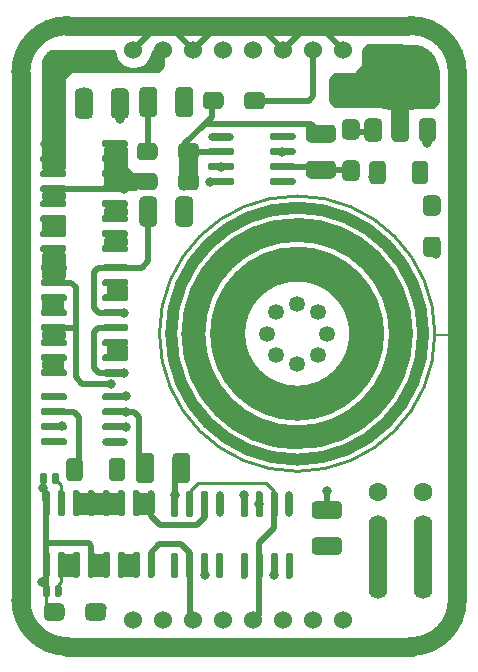
<source format=gbr>
G04 #@! TF.GenerationSoftware,KiCad,Pcbnew,(5.1.12)-1*
G04 #@! TF.CreationDate,2022-03-03T10:00:03+01:00*
G04 #@! TF.ProjectId,10V-DLTZ,3130562d-444c-4545-9a2e-6b696361645f,rev?*
G04 #@! TF.SameCoordinates,Original*
G04 #@! TF.FileFunction,Copper,L1,Top*
G04 #@! TF.FilePolarity,Positive*
%FSLAX46Y46*%
G04 Gerber Fmt 4.6, Leading zero omitted, Abs format (unit mm)*
G04 Created by KiCad (PCBNEW (5.1.12)-1) date 2022-03-03 10:00:03*
%MOMM*%
%LPD*%
G01*
G04 APERTURE LIST*
G04 #@! TA.AperFunction,NonConductor*
%ADD10C,1.600000*%
G04 #@! TD*
G04 #@! TA.AperFunction,NonConductor*
%ADD11C,0.250000*%
G04 #@! TD*
G04 #@! TA.AperFunction,NonConductor*
%ADD12C,0.127000*%
G04 #@! TD*
G04 #@! TA.AperFunction,NonConductor*
%ADD13C,2.000000*%
G04 #@! TD*
G04 #@! TA.AperFunction,NonConductor*
%ADD14C,1.000000*%
G04 #@! TD*
G04 #@! TA.AperFunction,NonConductor*
%ADD15C,3.000000*%
G04 #@! TD*
G04 #@! TA.AperFunction,SMDPad,CuDef*
%ADD16O,0.600000X2.200000*%
G04 #@! TD*
G04 #@! TA.AperFunction,ComponentPad*
%ADD17C,1.350000*%
G04 #@! TD*
G04 #@! TA.AperFunction,SMDPad,CuDef*
%ADD18O,2.200000X0.600000*%
G04 #@! TD*
G04 #@! TA.AperFunction,ComponentPad*
%ADD19O,1.600000X7.100000*%
G04 #@! TD*
G04 #@! TA.AperFunction,ComponentPad*
%ADD20C,1.600000*%
G04 #@! TD*
G04 #@! TA.AperFunction,ComponentPad*
%ADD21C,1.524000*%
G04 #@! TD*
G04 #@! TA.AperFunction,ViaPad*
%ADD22C,0.800000*%
G04 #@! TD*
G04 #@! TA.AperFunction,Conductor*
%ADD23C,0.508000*%
G04 #@! TD*
G04 #@! TA.AperFunction,Conductor*
%ADD24C,0.250000*%
G04 #@! TD*
G04 #@! TA.AperFunction,Conductor*
%ADD25C,1.600000*%
G04 #@! TD*
G04 #@! TA.AperFunction,Conductor*
%ADD26C,0.254000*%
G04 #@! TD*
G04 #@! TA.AperFunction,Conductor*
%ADD27C,0.100000*%
G04 #@! TD*
G04 APERTURE END LIST*
D10*
X106426000Y-177292000D02*
X77216000Y-177292000D01*
D11*
X108331249Y-150799800D02*
G75*
G03*
X108331249Y-150799800I-11658849J0D01*
G01*
D10*
X73279000Y-128651000D02*
G75*
G02*
X77216000Y-124714000I3937000J0D01*
G01*
X106299000Y-124714000D02*
G75*
G02*
X110236000Y-128651000I0J-3937000D01*
G01*
X77216000Y-177292000D02*
G75*
G02*
X73279000Y-173355000I0J3937000D01*
G01*
D12*
X108331000Y-150876000D02*
X109601000Y-150876000D01*
D10*
X110236000Y-173355000D02*
G75*
G02*
X106299000Y-177292000I-3937000J0D01*
G01*
D13*
X105465240Y-150799800D02*
G75*
G03*
X105465240Y-150799800I-8792840J0D01*
G01*
D14*
X107340430Y-150799800D02*
G75*
G03*
X107340430Y-150799800I-10668030J0D01*
G01*
D15*
X102565255Y-150799800D02*
G75*
G03*
X102565255Y-150799800I-5892855J0D01*
G01*
G04 #@! TA.AperFunction,SMDPad,CuDef*
G36*
G01*
X80818000Y-164217000D02*
X80818000Y-166117000D01*
G75*
G02*
X80668000Y-166267000I-150000J0D01*
G01*
X80368000Y-166267000D01*
G75*
G02*
X80218000Y-166117000I0J150000D01*
G01*
X80218000Y-164217000D01*
G75*
G02*
X80368000Y-164067000I150000J0D01*
G01*
X80668000Y-164067000D01*
G75*
G02*
X80818000Y-164217000I0J-150000D01*
G01*
G37*
G04 #@! TD.AperFunction*
G04 #@! TA.AperFunction,SMDPad,CuDef*
G36*
G01*
X75738000Y-169417000D02*
X75738000Y-171317000D01*
G75*
G02*
X75588000Y-171467000I-150000J0D01*
G01*
X75288000Y-171467000D01*
G75*
G02*
X75138000Y-171317000I0J150000D01*
G01*
X75138000Y-169417000D01*
G75*
G02*
X75288000Y-169267000I150000J0D01*
G01*
X75588000Y-169267000D01*
G75*
G02*
X75738000Y-169417000I0J-150000D01*
G01*
G37*
G04 #@! TD.AperFunction*
G04 #@! TA.AperFunction,SMDPad,CuDef*
G36*
G01*
X82088000Y-169417000D02*
X82088000Y-171317000D01*
G75*
G02*
X81938000Y-171467000I-150000J0D01*
G01*
X81638000Y-171467000D01*
G75*
G02*
X81488000Y-171317000I0J150000D01*
G01*
X81488000Y-169417000D01*
G75*
G02*
X81638000Y-169267000I150000J0D01*
G01*
X81938000Y-169267000D01*
G75*
G02*
X82088000Y-169417000I0J-150000D01*
G01*
G37*
G04 #@! TD.AperFunction*
D16*
X84328000Y-165167000D03*
G04 #@! TA.AperFunction,SMDPad,CuDef*
G36*
G01*
X84628000Y-169417000D02*
X84628000Y-171317000D01*
G75*
G02*
X84478000Y-171467000I-150000J0D01*
G01*
X84178000Y-171467000D01*
G75*
G02*
X84028000Y-171317000I0J150000D01*
G01*
X84028000Y-169417000D01*
G75*
G02*
X84178000Y-169267000I150000J0D01*
G01*
X84478000Y-169267000D01*
G75*
G02*
X84628000Y-169417000I0J-150000D01*
G01*
G37*
G04 #@! TD.AperFunction*
G04 #@! TA.AperFunction,SMDPad,CuDef*
G36*
G01*
X83358000Y-169417000D02*
X83358000Y-171317000D01*
G75*
G02*
X83208000Y-171467000I-150000J0D01*
G01*
X82908000Y-171467000D01*
G75*
G02*
X82758000Y-171317000I0J150000D01*
G01*
X82758000Y-169417000D01*
G75*
G02*
X82908000Y-169267000I150000J0D01*
G01*
X83208000Y-169267000D01*
G75*
G02*
X83358000Y-169417000I0J-150000D01*
G01*
G37*
G04 #@! TD.AperFunction*
G04 #@! TA.AperFunction,SMDPad,CuDef*
G36*
G01*
X77008000Y-169417000D02*
X77008000Y-171317000D01*
G75*
G02*
X76858000Y-171467000I-150000J0D01*
G01*
X76558000Y-171467000D01*
G75*
G02*
X76408000Y-171317000I0J150000D01*
G01*
X76408000Y-169417000D01*
G75*
G02*
X76558000Y-169267000I150000J0D01*
G01*
X76858000Y-169267000D01*
G75*
G02*
X77008000Y-169417000I0J-150000D01*
G01*
G37*
G04 #@! TD.AperFunction*
G04 #@! TA.AperFunction,SMDPad,CuDef*
G36*
G01*
X78278000Y-169417000D02*
X78278000Y-171317000D01*
G75*
G02*
X78128000Y-171467000I-150000J0D01*
G01*
X77828000Y-171467000D01*
G75*
G02*
X77678000Y-171317000I0J150000D01*
G01*
X77678000Y-169417000D01*
G75*
G02*
X77828000Y-169267000I150000J0D01*
G01*
X78128000Y-169267000D01*
G75*
G02*
X78278000Y-169417000I0J-150000D01*
G01*
G37*
G04 #@! TD.AperFunction*
G04 #@! TA.AperFunction,SMDPad,CuDef*
G36*
G01*
X79548000Y-164217000D02*
X79548000Y-166117000D01*
G75*
G02*
X79398000Y-166267000I-150000J0D01*
G01*
X79098000Y-166267000D01*
G75*
G02*
X78948000Y-166117000I0J150000D01*
G01*
X78948000Y-164217000D01*
G75*
G02*
X79098000Y-164067000I150000J0D01*
G01*
X79398000Y-164067000D01*
G75*
G02*
X79548000Y-164217000I0J-150000D01*
G01*
G37*
G04 #@! TD.AperFunction*
G04 #@! TA.AperFunction,SMDPad,CuDef*
G36*
G01*
X75738000Y-164217000D02*
X75738000Y-166117000D01*
G75*
G02*
X75588000Y-166267000I-150000J0D01*
G01*
X75288000Y-166267000D01*
G75*
G02*
X75138000Y-166117000I0J150000D01*
G01*
X75138000Y-164217000D01*
G75*
G02*
X75288000Y-164067000I150000J0D01*
G01*
X75588000Y-164067000D01*
G75*
G02*
X75738000Y-164217000I0J-150000D01*
G01*
G37*
G04 #@! TD.AperFunction*
G04 #@! TA.AperFunction,SMDPad,CuDef*
G36*
G01*
X78278000Y-164217000D02*
X78278000Y-166117000D01*
G75*
G02*
X78128000Y-166267000I-150000J0D01*
G01*
X77828000Y-166267000D01*
G75*
G02*
X77678000Y-166117000I0J150000D01*
G01*
X77678000Y-164217000D01*
G75*
G02*
X77828000Y-164067000I150000J0D01*
G01*
X78128000Y-164067000D01*
G75*
G02*
X78278000Y-164217000I0J-150000D01*
G01*
G37*
G04 #@! TD.AperFunction*
G04 #@! TA.AperFunction,SMDPad,CuDef*
G36*
G01*
X77008000Y-164217000D02*
X77008000Y-166117000D01*
G75*
G02*
X76858000Y-166267000I-150000J0D01*
G01*
X76558000Y-166267000D01*
G75*
G02*
X76408000Y-166117000I0J150000D01*
G01*
X76408000Y-164217000D01*
G75*
G02*
X76558000Y-164067000I150000J0D01*
G01*
X76858000Y-164067000D01*
G75*
G02*
X77008000Y-164217000I0J-150000D01*
G01*
G37*
G04 #@! TD.AperFunction*
G04 #@! TA.AperFunction,SMDPad,CuDef*
G36*
G01*
X79548000Y-169417000D02*
X79548000Y-171317000D01*
G75*
G02*
X79398000Y-171467000I-150000J0D01*
G01*
X79098000Y-171467000D01*
G75*
G02*
X78948000Y-171317000I0J150000D01*
G01*
X78948000Y-169417000D01*
G75*
G02*
X79098000Y-169267000I150000J0D01*
G01*
X79398000Y-169267000D01*
G75*
G02*
X79548000Y-169417000I0J-150000D01*
G01*
G37*
G04 #@! TD.AperFunction*
G04 #@! TA.AperFunction,SMDPad,CuDef*
G36*
G01*
X83358000Y-164217000D02*
X83358000Y-166117000D01*
G75*
G02*
X83208000Y-166267000I-150000J0D01*
G01*
X82908000Y-166267000D01*
G75*
G02*
X82758000Y-166117000I0J150000D01*
G01*
X82758000Y-164217000D01*
G75*
G02*
X82908000Y-164067000I150000J0D01*
G01*
X83208000Y-164067000D01*
G75*
G02*
X83358000Y-164217000I0J-150000D01*
G01*
G37*
G04 #@! TD.AperFunction*
G04 #@! TA.AperFunction,SMDPad,CuDef*
G36*
G01*
X80818000Y-169417000D02*
X80818000Y-171317000D01*
G75*
G02*
X80668000Y-171467000I-150000J0D01*
G01*
X80368000Y-171467000D01*
G75*
G02*
X80218000Y-171317000I0J150000D01*
G01*
X80218000Y-169417000D01*
G75*
G02*
X80368000Y-169267000I150000J0D01*
G01*
X80668000Y-169267000D01*
G75*
G02*
X80818000Y-169417000I0J-150000D01*
G01*
G37*
G04 #@! TD.AperFunction*
G04 #@! TA.AperFunction,SMDPad,CuDef*
G36*
G01*
X82088000Y-164217000D02*
X82088000Y-166117000D01*
G75*
G02*
X81938000Y-166267000I-150000J0D01*
G01*
X81638000Y-166267000D01*
G75*
G02*
X81488000Y-166117000I0J150000D01*
G01*
X81488000Y-164217000D01*
G75*
G02*
X81638000Y-164067000I150000J0D01*
G01*
X81938000Y-164067000D01*
G75*
G02*
X82088000Y-164217000I0J-150000D01*
G01*
G37*
G04 #@! TD.AperFunction*
G04 #@! TA.AperFunction,SMDPad,CuDef*
G36*
G01*
X78726000Y-174746000D02*
X78726000Y-173996000D01*
G75*
G02*
X79101000Y-173621000I375000J0D01*
G01*
X80101000Y-173621000D01*
G75*
G02*
X80476000Y-173996000I0J-375000D01*
G01*
X80476000Y-174746000D01*
G75*
G02*
X80101000Y-175121000I-375000J0D01*
G01*
X79101000Y-175121000D01*
G75*
G02*
X78726000Y-174746000I0J375000D01*
G01*
G37*
G04 #@! TD.AperFunction*
G04 #@! TA.AperFunction,SMDPad,CuDef*
G36*
G01*
X75226000Y-174746000D02*
X75226000Y-173996000D01*
G75*
G02*
X75601000Y-173621000I375000J0D01*
G01*
X76601000Y-173621000D01*
G75*
G02*
X76976000Y-173996000I0J-375000D01*
G01*
X76976000Y-174746000D01*
G75*
G02*
X76601000Y-175121000I-375000J0D01*
G01*
X75601000Y-175121000D01*
G75*
G02*
X75226000Y-174746000I0J375000D01*
G01*
G37*
G04 #@! TD.AperFunction*
G04 #@! TA.AperFunction,SMDPad,CuDef*
G36*
G01*
X76146000Y-172943000D02*
X76146000Y-172243000D01*
G75*
G02*
X76296000Y-172093000I150000J0D01*
G01*
X76596000Y-172093000D01*
G75*
G02*
X76746000Y-172243000I0J-150000D01*
G01*
X76746000Y-172943000D01*
G75*
G02*
X76596000Y-173093000I-150000J0D01*
G01*
X76296000Y-173093000D01*
G75*
G02*
X76146000Y-172943000I0J150000D01*
G01*
G37*
G04 #@! TD.AperFunction*
G04 #@! TA.AperFunction,SMDPad,CuDef*
G36*
G01*
X75146000Y-172943000D02*
X75146000Y-172243000D01*
G75*
G02*
X75296000Y-172093000I150000J0D01*
G01*
X75596000Y-172093000D01*
G75*
G02*
X75746000Y-172243000I0J-150000D01*
G01*
X75746000Y-172943000D01*
G75*
G02*
X75596000Y-173093000I-150000J0D01*
G01*
X75296000Y-173093000D01*
G75*
G02*
X75146000Y-172943000I0J150000D01*
G01*
G37*
G04 #@! TD.AperFunction*
G04 #@! TA.AperFunction,SMDPad,CuDef*
G36*
G01*
X75892000Y-163418000D02*
X75892000Y-162718000D01*
G75*
G02*
X76042000Y-162568000I150000J0D01*
G01*
X76342000Y-162568000D01*
G75*
G02*
X76492000Y-162718000I0J-150000D01*
G01*
X76492000Y-163418000D01*
G75*
G02*
X76342000Y-163568000I-150000J0D01*
G01*
X76042000Y-163568000D01*
G75*
G02*
X75892000Y-163418000I0J150000D01*
G01*
G37*
G04 #@! TD.AperFunction*
G04 #@! TA.AperFunction,SMDPad,CuDef*
G36*
G01*
X74892000Y-163418000D02*
X74892000Y-162718000D01*
G75*
G02*
X75042000Y-162568000I150000J0D01*
G01*
X75342000Y-162568000D01*
G75*
G02*
X75492000Y-162718000I0J-150000D01*
G01*
X75492000Y-163418000D01*
G75*
G02*
X75342000Y-163568000I-150000J0D01*
G01*
X75042000Y-163568000D01*
G75*
G02*
X74892000Y-163418000I0J150000D01*
G01*
G37*
G04 #@! TD.AperFunction*
D17*
X94132400Y-150799800D03*
X99212400Y-150799800D03*
X96672400Y-148259800D03*
X96672400Y-153339800D03*
X98468400Y-152595800D03*
X94876400Y-152595800D03*
X94876400Y-149003800D03*
X98468400Y-149003800D03*
G04 #@! TA.AperFunction,SMDPad,CuDef*
G36*
G01*
X84834000Y-139547000D02*
X84834000Y-141377000D01*
G75*
G02*
X84454000Y-141757000I-380000J0D01*
G01*
X83694000Y-141757000D01*
G75*
G02*
X83314000Y-141377000I0J380000D01*
G01*
X83314000Y-139547000D01*
G75*
G02*
X83694000Y-139167000I380000J0D01*
G01*
X84454000Y-139167000D01*
G75*
G02*
X84834000Y-139547000I0J-380000D01*
G01*
G37*
G04 #@! TD.AperFunction*
G04 #@! TA.AperFunction,SMDPad,CuDef*
G36*
G01*
X87882000Y-139547000D02*
X87882000Y-141377000D01*
G75*
G02*
X87502000Y-141757000I-380000J0D01*
G01*
X86742000Y-141757000D01*
G75*
G02*
X86362000Y-141377000I0J380000D01*
G01*
X86362000Y-139547000D01*
G75*
G02*
X86742000Y-139167000I380000J0D01*
G01*
X87502000Y-139167000D01*
G75*
G02*
X87882000Y-139547000I0J-380000D01*
G01*
G37*
G04 #@! TD.AperFunction*
G04 #@! TA.AperFunction,SMDPad,CuDef*
G36*
G01*
X99594000Y-134618000D02*
X97764000Y-134618000D01*
G75*
G02*
X97384000Y-134238000I0J380000D01*
G01*
X97384000Y-133478000D01*
G75*
G02*
X97764000Y-133098000I380000J0D01*
G01*
X99594000Y-133098000D01*
G75*
G02*
X99974000Y-133478000I0J-380000D01*
G01*
X99974000Y-134238000D01*
G75*
G02*
X99594000Y-134618000I-380000J0D01*
G01*
G37*
G04 #@! TD.AperFunction*
G04 #@! TA.AperFunction,SMDPad,CuDef*
G36*
G01*
X99594000Y-137666000D02*
X97764000Y-137666000D01*
G75*
G02*
X97384000Y-137286000I0J380000D01*
G01*
X97384000Y-136526000D01*
G75*
G02*
X97764000Y-136146000I380000J0D01*
G01*
X99594000Y-136146000D01*
G75*
G02*
X99974000Y-136526000I0J-380000D01*
G01*
X99974000Y-137286000D01*
G75*
G02*
X99594000Y-137666000I-380000J0D01*
G01*
G37*
G04 #@! TD.AperFunction*
G04 #@! TA.AperFunction,SMDPad,CuDef*
G36*
G01*
X94487000Y-133812000D02*
X96387000Y-133812000D01*
G75*
G02*
X96537000Y-133962000I0J-150000D01*
G01*
X96537000Y-134262000D01*
G75*
G02*
X96387000Y-134412000I-150000J0D01*
G01*
X94487000Y-134412000D01*
G75*
G02*
X94337000Y-134262000I0J150000D01*
G01*
X94337000Y-133962000D01*
G75*
G02*
X94487000Y-133812000I150000J0D01*
G01*
G37*
G04 #@! TD.AperFunction*
D18*
X90237000Y-134112000D03*
G04 #@! TA.AperFunction,SMDPad,CuDef*
G36*
G01*
X94487000Y-135082000D02*
X96387000Y-135082000D01*
G75*
G02*
X96537000Y-135232000I0J-150000D01*
G01*
X96537000Y-135532000D01*
G75*
G02*
X96387000Y-135682000I-150000J0D01*
G01*
X94487000Y-135682000D01*
G75*
G02*
X94337000Y-135532000I0J150000D01*
G01*
X94337000Y-135232000D01*
G75*
G02*
X94487000Y-135082000I150000J0D01*
G01*
G37*
G04 #@! TD.AperFunction*
G04 #@! TA.AperFunction,SMDPad,CuDef*
G36*
G01*
X89287000Y-135082000D02*
X91187000Y-135082000D01*
G75*
G02*
X91337000Y-135232000I0J-150000D01*
G01*
X91337000Y-135532000D01*
G75*
G02*
X91187000Y-135682000I-150000J0D01*
G01*
X89287000Y-135682000D01*
G75*
G02*
X89137000Y-135532000I0J150000D01*
G01*
X89137000Y-135232000D01*
G75*
G02*
X89287000Y-135082000I150000J0D01*
G01*
G37*
G04 #@! TD.AperFunction*
G04 #@! TA.AperFunction,SMDPad,CuDef*
G36*
G01*
X94487000Y-136352000D02*
X96387000Y-136352000D01*
G75*
G02*
X96537000Y-136502000I0J-150000D01*
G01*
X96537000Y-136802000D01*
G75*
G02*
X96387000Y-136952000I-150000J0D01*
G01*
X94487000Y-136952000D01*
G75*
G02*
X94337000Y-136802000I0J150000D01*
G01*
X94337000Y-136502000D01*
G75*
G02*
X94487000Y-136352000I150000J0D01*
G01*
G37*
G04 #@! TD.AperFunction*
G04 #@! TA.AperFunction,SMDPad,CuDef*
G36*
G01*
X89287000Y-136352000D02*
X91187000Y-136352000D01*
G75*
G02*
X91337000Y-136502000I0J-150000D01*
G01*
X91337000Y-136802000D01*
G75*
G02*
X91187000Y-136952000I-150000J0D01*
G01*
X89287000Y-136952000D01*
G75*
G02*
X89137000Y-136802000I0J150000D01*
G01*
X89137000Y-136502000D01*
G75*
G02*
X89287000Y-136352000I150000J0D01*
G01*
G37*
G04 #@! TD.AperFunction*
G04 #@! TA.AperFunction,SMDPad,CuDef*
G36*
G01*
X94487000Y-137622000D02*
X96387000Y-137622000D01*
G75*
G02*
X96537000Y-137772000I0J-150000D01*
G01*
X96537000Y-138072000D01*
G75*
G02*
X96387000Y-138222000I-150000J0D01*
G01*
X94487000Y-138222000D01*
G75*
G02*
X94337000Y-138072000I0J150000D01*
G01*
X94337000Y-137772000D01*
G75*
G02*
X94487000Y-137622000I150000J0D01*
G01*
G37*
G04 #@! TD.AperFunction*
G04 #@! TA.AperFunction,SMDPad,CuDef*
G36*
G01*
X89287000Y-137622000D02*
X91187000Y-137622000D01*
G75*
G02*
X91337000Y-137772000I0J-150000D01*
G01*
X91337000Y-138072000D01*
G75*
G02*
X91187000Y-138222000I-150000J0D01*
G01*
X89287000Y-138222000D01*
G75*
G02*
X89137000Y-138072000I0J150000D01*
G01*
X89137000Y-137772000D01*
G75*
G02*
X89287000Y-137622000I150000J0D01*
G01*
G37*
G04 #@! TD.AperFunction*
G04 #@! TA.AperFunction,SMDPad,CuDef*
G36*
G01*
X82213800Y-156433800D02*
X80313800Y-156433800D01*
G75*
G02*
X80163800Y-156283800I0J150000D01*
G01*
X80163800Y-155983800D01*
G75*
G02*
X80313800Y-155833800I150000J0D01*
G01*
X82213800Y-155833800D01*
G75*
G02*
X82363800Y-155983800I0J-150000D01*
G01*
X82363800Y-156283800D01*
G75*
G02*
X82213800Y-156433800I-150000J0D01*
G01*
G37*
G04 #@! TD.AperFunction*
G04 #@! TA.AperFunction,SMDPad,CuDef*
G36*
G01*
X77013800Y-156433800D02*
X75113800Y-156433800D01*
G75*
G02*
X74963800Y-156283800I0J150000D01*
G01*
X74963800Y-155983800D01*
G75*
G02*
X75113800Y-155833800I150000J0D01*
G01*
X77013800Y-155833800D01*
G75*
G02*
X77163800Y-155983800I0J-150000D01*
G01*
X77163800Y-156283800D01*
G75*
G02*
X77013800Y-156433800I-150000J0D01*
G01*
G37*
G04 #@! TD.AperFunction*
G04 #@! TA.AperFunction,SMDPad,CuDef*
G36*
G01*
X82213800Y-157703800D02*
X80313800Y-157703800D01*
G75*
G02*
X80163800Y-157553800I0J150000D01*
G01*
X80163800Y-157253800D01*
G75*
G02*
X80313800Y-157103800I150000J0D01*
G01*
X82213800Y-157103800D01*
G75*
G02*
X82363800Y-157253800I0J-150000D01*
G01*
X82363800Y-157553800D01*
G75*
G02*
X82213800Y-157703800I-150000J0D01*
G01*
G37*
G04 #@! TD.AperFunction*
G04 #@! TA.AperFunction,SMDPad,CuDef*
G36*
G01*
X77013800Y-157703800D02*
X75113800Y-157703800D01*
G75*
G02*
X74963800Y-157553800I0J150000D01*
G01*
X74963800Y-157253800D01*
G75*
G02*
X75113800Y-157103800I150000J0D01*
G01*
X77013800Y-157103800D01*
G75*
G02*
X77163800Y-157253800I0J-150000D01*
G01*
X77163800Y-157553800D01*
G75*
G02*
X77013800Y-157703800I-150000J0D01*
G01*
G37*
G04 #@! TD.AperFunction*
G04 #@! TA.AperFunction,SMDPad,CuDef*
G36*
G01*
X82213800Y-158973800D02*
X80313800Y-158973800D01*
G75*
G02*
X80163800Y-158823800I0J150000D01*
G01*
X80163800Y-158523800D01*
G75*
G02*
X80313800Y-158373800I150000J0D01*
G01*
X82213800Y-158373800D01*
G75*
G02*
X82363800Y-158523800I0J-150000D01*
G01*
X82363800Y-158823800D01*
G75*
G02*
X82213800Y-158973800I-150000J0D01*
G01*
G37*
G04 #@! TD.AperFunction*
G04 #@! TA.AperFunction,SMDPad,CuDef*
G36*
G01*
X77013800Y-158973800D02*
X75113800Y-158973800D01*
G75*
G02*
X74963800Y-158823800I0J150000D01*
G01*
X74963800Y-158523800D01*
G75*
G02*
X75113800Y-158373800I150000J0D01*
G01*
X77013800Y-158373800D01*
G75*
G02*
X77163800Y-158523800I0J-150000D01*
G01*
X77163800Y-158823800D01*
G75*
G02*
X77013800Y-158973800I-150000J0D01*
G01*
G37*
G04 #@! TD.AperFunction*
X81263800Y-159943800D03*
G04 #@! TA.AperFunction,SMDPad,CuDef*
G36*
G01*
X77013800Y-160243800D02*
X75113800Y-160243800D01*
G75*
G02*
X74963800Y-160093800I0J150000D01*
G01*
X74963800Y-159793800D01*
G75*
G02*
X75113800Y-159643800I150000J0D01*
G01*
X77013800Y-159643800D01*
G75*
G02*
X77163800Y-159793800I0J-150000D01*
G01*
X77163800Y-160093800D01*
G75*
G02*
X77013800Y-160243800I-150000J0D01*
G01*
G37*
G04 #@! TD.AperFunction*
D19*
X107315000Y-169711000D03*
D20*
X107315000Y-164211000D03*
G04 #@! TA.AperFunction,SMDPad,CuDef*
G36*
G01*
X96296499Y-169497999D02*
X96296499Y-171397999D01*
G75*
G02*
X96146499Y-171547999I-150000J0D01*
G01*
X95846499Y-171547999D01*
G75*
G02*
X95696499Y-171397999I0J150000D01*
G01*
X95696499Y-169497999D01*
G75*
G02*
X95846499Y-169347999I150000J0D01*
G01*
X96146499Y-169347999D01*
G75*
G02*
X96296499Y-169497999I0J-150000D01*
G01*
G37*
G04 #@! TD.AperFunction*
D16*
X95996499Y-165247999D03*
G04 #@! TA.AperFunction,SMDPad,CuDef*
G36*
G01*
X95026499Y-169497999D02*
X95026499Y-171397999D01*
G75*
G02*
X94876499Y-171547999I-150000J0D01*
G01*
X94576499Y-171547999D01*
G75*
G02*
X94426499Y-171397999I0J150000D01*
G01*
X94426499Y-169497999D01*
G75*
G02*
X94576499Y-169347999I150000J0D01*
G01*
X94876499Y-169347999D01*
G75*
G02*
X95026499Y-169497999I0J-150000D01*
G01*
G37*
G04 #@! TD.AperFunction*
G04 #@! TA.AperFunction,SMDPad,CuDef*
G36*
G01*
X95026499Y-164297999D02*
X95026499Y-166197999D01*
G75*
G02*
X94876499Y-166347999I-150000J0D01*
G01*
X94576499Y-166347999D01*
G75*
G02*
X94426499Y-166197999I0J150000D01*
G01*
X94426499Y-164297999D01*
G75*
G02*
X94576499Y-164147999I150000J0D01*
G01*
X94876499Y-164147999D01*
G75*
G02*
X95026499Y-164297999I0J-150000D01*
G01*
G37*
G04 #@! TD.AperFunction*
G04 #@! TA.AperFunction,SMDPad,CuDef*
G36*
G01*
X93756499Y-169497999D02*
X93756499Y-171397999D01*
G75*
G02*
X93606499Y-171547999I-150000J0D01*
G01*
X93306499Y-171547999D01*
G75*
G02*
X93156499Y-171397999I0J150000D01*
G01*
X93156499Y-169497999D01*
G75*
G02*
X93306499Y-169347999I150000J0D01*
G01*
X93606499Y-169347999D01*
G75*
G02*
X93756499Y-169497999I0J-150000D01*
G01*
G37*
G04 #@! TD.AperFunction*
G04 #@! TA.AperFunction,SMDPad,CuDef*
G36*
G01*
X93756499Y-164297999D02*
X93756499Y-166197999D01*
G75*
G02*
X93606499Y-166347999I-150000J0D01*
G01*
X93306499Y-166347999D01*
G75*
G02*
X93156499Y-166197999I0J150000D01*
G01*
X93156499Y-164297999D01*
G75*
G02*
X93306499Y-164147999I150000J0D01*
G01*
X93606499Y-164147999D01*
G75*
G02*
X93756499Y-164297999I0J-150000D01*
G01*
G37*
G04 #@! TD.AperFunction*
G04 #@! TA.AperFunction,SMDPad,CuDef*
G36*
G01*
X92486499Y-169497999D02*
X92486499Y-171397999D01*
G75*
G02*
X92336499Y-171547999I-150000J0D01*
G01*
X92036499Y-171547999D01*
G75*
G02*
X91886499Y-171397999I0J150000D01*
G01*
X91886499Y-169497999D01*
G75*
G02*
X92036499Y-169347999I150000J0D01*
G01*
X92336499Y-169347999D01*
G75*
G02*
X92486499Y-169497999I0J-150000D01*
G01*
G37*
G04 #@! TD.AperFunction*
G04 #@! TA.AperFunction,SMDPad,CuDef*
G36*
G01*
X92486499Y-164297999D02*
X92486499Y-166197999D01*
G75*
G02*
X92336499Y-166347999I-150000J0D01*
G01*
X92036499Y-166347999D01*
G75*
G02*
X91886499Y-166197999I0J150000D01*
G01*
X91886499Y-164297999D01*
G75*
G02*
X92036499Y-164147999I150000J0D01*
G01*
X92336499Y-164147999D01*
G75*
G02*
X92486499Y-164297999I0J-150000D01*
G01*
G37*
G04 #@! TD.AperFunction*
G04 #@! TA.AperFunction,SMDPad,CuDef*
G36*
G01*
X75088400Y-136961600D02*
X76988400Y-136961600D01*
G75*
G02*
X77138400Y-137111600I0J-150000D01*
G01*
X77138400Y-137411600D01*
G75*
G02*
X76988400Y-137561600I-150000J0D01*
G01*
X75088400Y-137561600D01*
G75*
G02*
X74938400Y-137411600I0J150000D01*
G01*
X74938400Y-137111600D01*
G75*
G02*
X75088400Y-136961600I150000J0D01*
G01*
G37*
G04 #@! TD.AperFunction*
G04 #@! TA.AperFunction,SMDPad,CuDef*
G36*
G01*
X80288400Y-138231600D02*
X82188400Y-138231600D01*
G75*
G02*
X82338400Y-138381600I0J-150000D01*
G01*
X82338400Y-138681600D01*
G75*
G02*
X82188400Y-138831600I-150000J0D01*
G01*
X80288400Y-138831600D01*
G75*
G02*
X80138400Y-138681600I0J150000D01*
G01*
X80138400Y-138381600D01*
G75*
G02*
X80288400Y-138231600I150000J0D01*
G01*
G37*
G04 #@! TD.AperFunction*
G04 #@! TA.AperFunction,SMDPad,CuDef*
G36*
G01*
X75088400Y-135691600D02*
X76988400Y-135691600D01*
G75*
G02*
X77138400Y-135841600I0J-150000D01*
G01*
X77138400Y-136141600D01*
G75*
G02*
X76988400Y-136291600I-150000J0D01*
G01*
X75088400Y-136291600D01*
G75*
G02*
X74938400Y-136141600I0J150000D01*
G01*
X74938400Y-135841600D01*
G75*
G02*
X75088400Y-135691600I150000J0D01*
G01*
G37*
G04 #@! TD.AperFunction*
G04 #@! TA.AperFunction,SMDPad,CuDef*
G36*
G01*
X80288400Y-139501600D02*
X82188400Y-139501600D01*
G75*
G02*
X82338400Y-139651600I0J-150000D01*
G01*
X82338400Y-139951600D01*
G75*
G02*
X82188400Y-140101600I-150000J0D01*
G01*
X80288400Y-140101600D01*
G75*
G02*
X80138400Y-139951600I0J150000D01*
G01*
X80138400Y-139651600D01*
G75*
G02*
X80288400Y-139501600I150000J0D01*
G01*
G37*
G04 #@! TD.AperFunction*
G04 #@! TA.AperFunction,SMDPad,CuDef*
G36*
G01*
X75088400Y-142041600D02*
X76988400Y-142041600D01*
G75*
G02*
X77138400Y-142191600I0J-150000D01*
G01*
X77138400Y-142491600D01*
G75*
G02*
X76988400Y-142641600I-150000J0D01*
G01*
X75088400Y-142641600D01*
G75*
G02*
X74938400Y-142491600I0J150000D01*
G01*
X74938400Y-142191600D01*
G75*
G02*
X75088400Y-142041600I150000J0D01*
G01*
G37*
G04 #@! TD.AperFunction*
G04 #@! TA.AperFunction,SMDPad,CuDef*
G36*
G01*
X75088400Y-140771600D02*
X76988400Y-140771600D01*
G75*
G02*
X77138400Y-140921600I0J-150000D01*
G01*
X77138400Y-141221600D01*
G75*
G02*
X76988400Y-141371600I-150000J0D01*
G01*
X75088400Y-141371600D01*
G75*
G02*
X74938400Y-141221600I0J150000D01*
G01*
X74938400Y-140921600D01*
G75*
G02*
X75088400Y-140771600I150000J0D01*
G01*
G37*
G04 #@! TD.AperFunction*
G04 #@! TA.AperFunction,SMDPad,CuDef*
G36*
G01*
X75088400Y-143311600D02*
X76988400Y-143311600D01*
G75*
G02*
X77138400Y-143461600I0J-150000D01*
G01*
X77138400Y-143761600D01*
G75*
G02*
X76988400Y-143911600I-150000J0D01*
G01*
X75088400Y-143911600D01*
G75*
G02*
X74938400Y-143761600I0J150000D01*
G01*
X74938400Y-143461600D01*
G75*
G02*
X75088400Y-143311600I150000J0D01*
G01*
G37*
G04 #@! TD.AperFunction*
G04 #@! TA.AperFunction,SMDPad,CuDef*
G36*
G01*
X75088400Y-139501600D02*
X76988400Y-139501600D01*
G75*
G02*
X77138400Y-139651600I0J-150000D01*
G01*
X77138400Y-139951600D01*
G75*
G02*
X76988400Y-140101600I-150000J0D01*
G01*
X75088400Y-140101600D01*
G75*
G02*
X74938400Y-139951600I0J150000D01*
G01*
X74938400Y-139651600D01*
G75*
G02*
X75088400Y-139501600I150000J0D01*
G01*
G37*
G04 #@! TD.AperFunction*
G04 #@! TA.AperFunction,SMDPad,CuDef*
G36*
G01*
X80288400Y-140771600D02*
X82188400Y-140771600D01*
G75*
G02*
X82338400Y-140921600I0J-150000D01*
G01*
X82338400Y-141221600D01*
G75*
G02*
X82188400Y-141371600I-150000J0D01*
G01*
X80288400Y-141371600D01*
G75*
G02*
X80138400Y-141221600I0J150000D01*
G01*
X80138400Y-140921600D01*
G75*
G02*
X80288400Y-140771600I150000J0D01*
G01*
G37*
G04 #@! TD.AperFunction*
G04 #@! TA.AperFunction,SMDPad,CuDef*
G36*
G01*
X80288400Y-142041600D02*
X82188400Y-142041600D01*
G75*
G02*
X82338400Y-142191600I0J-150000D01*
G01*
X82338400Y-142491600D01*
G75*
G02*
X82188400Y-142641600I-150000J0D01*
G01*
X80288400Y-142641600D01*
G75*
G02*
X80138400Y-142491600I0J150000D01*
G01*
X80138400Y-142191600D01*
G75*
G02*
X80288400Y-142041600I150000J0D01*
G01*
G37*
G04 #@! TD.AperFunction*
G04 #@! TA.AperFunction,SMDPad,CuDef*
G36*
G01*
X80288400Y-135691600D02*
X82188400Y-135691600D01*
G75*
G02*
X82338400Y-135841600I0J-150000D01*
G01*
X82338400Y-136141600D01*
G75*
G02*
X82188400Y-136291600I-150000J0D01*
G01*
X80288400Y-136291600D01*
G75*
G02*
X80138400Y-136141600I0J150000D01*
G01*
X80138400Y-135841600D01*
G75*
G02*
X80288400Y-135691600I150000J0D01*
G01*
G37*
G04 #@! TD.AperFunction*
G04 #@! TA.AperFunction,SMDPad,CuDef*
G36*
G01*
X80288400Y-134421600D02*
X82188400Y-134421600D01*
G75*
G02*
X82338400Y-134571600I0J-150000D01*
G01*
X82338400Y-134871600D01*
G75*
G02*
X82188400Y-135021600I-150000J0D01*
G01*
X80288400Y-135021600D01*
G75*
G02*
X80138400Y-134871600I0J150000D01*
G01*
X80138400Y-134571600D01*
G75*
G02*
X80288400Y-134421600I150000J0D01*
G01*
G37*
G04 #@! TD.AperFunction*
D18*
X76038400Y-134721600D03*
G04 #@! TA.AperFunction,SMDPad,CuDef*
G36*
G01*
X80288400Y-136961600D02*
X82188400Y-136961600D01*
G75*
G02*
X82338400Y-137111600I0J-150000D01*
G01*
X82338400Y-137411600D01*
G75*
G02*
X82188400Y-137561600I-150000J0D01*
G01*
X80288400Y-137561600D01*
G75*
G02*
X80138400Y-137411600I0J150000D01*
G01*
X80138400Y-137111600D01*
G75*
G02*
X80288400Y-136961600I150000J0D01*
G01*
G37*
G04 #@! TD.AperFunction*
G04 #@! TA.AperFunction,SMDPad,CuDef*
G36*
G01*
X80288400Y-143311600D02*
X82188400Y-143311600D01*
G75*
G02*
X82338400Y-143461600I0J-150000D01*
G01*
X82338400Y-143761600D01*
G75*
G02*
X82188400Y-143911600I-150000J0D01*
G01*
X80288400Y-143911600D01*
G75*
G02*
X80138400Y-143761600I0J150000D01*
G01*
X80138400Y-143461600D01*
G75*
G02*
X80288400Y-143311600I150000J0D01*
G01*
G37*
G04 #@! TD.AperFunction*
G04 #@! TA.AperFunction,SMDPad,CuDef*
G36*
G01*
X75088400Y-138231600D02*
X76988400Y-138231600D01*
G75*
G02*
X77138400Y-138381600I0J-150000D01*
G01*
X77138400Y-138681600D01*
G75*
G02*
X76988400Y-138831600I-150000J0D01*
G01*
X75088400Y-138831600D01*
G75*
G02*
X74938400Y-138681600I0J150000D01*
G01*
X74938400Y-138381600D01*
G75*
G02*
X75088400Y-138231600I150000J0D01*
G01*
G37*
G04 #@! TD.AperFunction*
G04 #@! TA.AperFunction,SMDPad,CuDef*
G36*
G01*
X90406500Y-169480500D02*
X90406500Y-171380500D01*
G75*
G02*
X90256500Y-171530500I-150000J0D01*
G01*
X89956500Y-171530500D01*
G75*
G02*
X89806500Y-171380500I0J150000D01*
G01*
X89806500Y-169480500D01*
G75*
G02*
X89956500Y-169330500I150000J0D01*
G01*
X90256500Y-169330500D01*
G75*
G02*
X90406500Y-169480500I0J-150000D01*
G01*
G37*
G04 #@! TD.AperFunction*
D16*
X90106500Y-165230500D03*
G04 #@! TA.AperFunction,SMDPad,CuDef*
G36*
G01*
X89136500Y-169480500D02*
X89136500Y-171380500D01*
G75*
G02*
X88986500Y-171530500I-150000J0D01*
G01*
X88686500Y-171530500D01*
G75*
G02*
X88536500Y-171380500I0J150000D01*
G01*
X88536500Y-169480500D01*
G75*
G02*
X88686500Y-169330500I150000J0D01*
G01*
X88986500Y-169330500D01*
G75*
G02*
X89136500Y-169480500I0J-150000D01*
G01*
G37*
G04 #@! TD.AperFunction*
G04 #@! TA.AperFunction,SMDPad,CuDef*
G36*
G01*
X89136500Y-164280500D02*
X89136500Y-166180500D01*
G75*
G02*
X88986500Y-166330500I-150000J0D01*
G01*
X88686500Y-166330500D01*
G75*
G02*
X88536500Y-166180500I0J150000D01*
G01*
X88536500Y-164280500D01*
G75*
G02*
X88686500Y-164130500I150000J0D01*
G01*
X88986500Y-164130500D01*
G75*
G02*
X89136500Y-164280500I0J-150000D01*
G01*
G37*
G04 #@! TD.AperFunction*
G04 #@! TA.AperFunction,SMDPad,CuDef*
G36*
G01*
X87866500Y-169480500D02*
X87866500Y-171380500D01*
G75*
G02*
X87716500Y-171530500I-150000J0D01*
G01*
X87416500Y-171530500D01*
G75*
G02*
X87266500Y-171380500I0J150000D01*
G01*
X87266500Y-169480500D01*
G75*
G02*
X87416500Y-169330500I150000J0D01*
G01*
X87716500Y-169330500D01*
G75*
G02*
X87866500Y-169480500I0J-150000D01*
G01*
G37*
G04 #@! TD.AperFunction*
G04 #@! TA.AperFunction,SMDPad,CuDef*
G36*
G01*
X87866500Y-164280500D02*
X87866500Y-166180500D01*
G75*
G02*
X87716500Y-166330500I-150000J0D01*
G01*
X87416500Y-166330500D01*
G75*
G02*
X87266500Y-166180500I0J150000D01*
G01*
X87266500Y-164280500D01*
G75*
G02*
X87416500Y-164130500I150000J0D01*
G01*
X87716500Y-164130500D01*
G75*
G02*
X87866500Y-164280500I0J-150000D01*
G01*
G37*
G04 #@! TD.AperFunction*
G04 #@! TA.AperFunction,SMDPad,CuDef*
G36*
G01*
X86596500Y-169480500D02*
X86596500Y-171380500D01*
G75*
G02*
X86446500Y-171530500I-150000J0D01*
G01*
X86146500Y-171530500D01*
G75*
G02*
X85996500Y-171380500I0J150000D01*
G01*
X85996500Y-169480500D01*
G75*
G02*
X86146500Y-169330500I150000J0D01*
G01*
X86446500Y-169330500D01*
G75*
G02*
X86596500Y-169480500I0J-150000D01*
G01*
G37*
G04 #@! TD.AperFunction*
G04 #@! TA.AperFunction,SMDPad,CuDef*
G36*
G01*
X86596500Y-164280500D02*
X86596500Y-166180500D01*
G75*
G02*
X86446500Y-166330500I-150000J0D01*
G01*
X86146500Y-166330500D01*
G75*
G02*
X85996500Y-166180500I0J150000D01*
G01*
X85996500Y-164280500D01*
G75*
G02*
X86146500Y-164130500I150000J0D01*
G01*
X86446500Y-164130500D01*
G75*
G02*
X86596500Y-164280500I0J-150000D01*
G01*
G37*
G04 #@! TD.AperFunction*
G04 #@! TA.AperFunction,SMDPad,CuDef*
G36*
G01*
X82213800Y-145511800D02*
X80313800Y-145511800D01*
G75*
G02*
X80163800Y-145361800I0J150000D01*
G01*
X80163800Y-145061800D01*
G75*
G02*
X80313800Y-144911800I150000J0D01*
G01*
X82213800Y-144911800D01*
G75*
G02*
X82363800Y-145061800I0J-150000D01*
G01*
X82363800Y-145361800D01*
G75*
G02*
X82213800Y-145511800I-150000J0D01*
G01*
G37*
G04 #@! TD.AperFunction*
G04 #@! TA.AperFunction,SMDPad,CuDef*
G36*
G01*
X77013800Y-145511800D02*
X75113800Y-145511800D01*
G75*
G02*
X74963800Y-145361800I0J150000D01*
G01*
X74963800Y-145061800D01*
G75*
G02*
X75113800Y-144911800I150000J0D01*
G01*
X77013800Y-144911800D01*
G75*
G02*
X77163800Y-145061800I0J-150000D01*
G01*
X77163800Y-145361800D01*
G75*
G02*
X77013800Y-145511800I-150000J0D01*
G01*
G37*
G04 #@! TD.AperFunction*
G04 #@! TA.AperFunction,SMDPad,CuDef*
G36*
G01*
X82213800Y-146781800D02*
X80313800Y-146781800D01*
G75*
G02*
X80163800Y-146631800I0J150000D01*
G01*
X80163800Y-146331800D01*
G75*
G02*
X80313800Y-146181800I150000J0D01*
G01*
X82213800Y-146181800D01*
G75*
G02*
X82363800Y-146331800I0J-150000D01*
G01*
X82363800Y-146631800D01*
G75*
G02*
X82213800Y-146781800I-150000J0D01*
G01*
G37*
G04 #@! TD.AperFunction*
G04 #@! TA.AperFunction,SMDPad,CuDef*
G36*
G01*
X77013800Y-146781800D02*
X75113800Y-146781800D01*
G75*
G02*
X74963800Y-146631800I0J150000D01*
G01*
X74963800Y-146331800D01*
G75*
G02*
X75113800Y-146181800I150000J0D01*
G01*
X77013800Y-146181800D01*
G75*
G02*
X77163800Y-146331800I0J-150000D01*
G01*
X77163800Y-146631800D01*
G75*
G02*
X77013800Y-146781800I-150000J0D01*
G01*
G37*
G04 #@! TD.AperFunction*
G04 #@! TA.AperFunction,SMDPad,CuDef*
G36*
G01*
X82213800Y-148051800D02*
X80313800Y-148051800D01*
G75*
G02*
X80163800Y-147901800I0J150000D01*
G01*
X80163800Y-147601800D01*
G75*
G02*
X80313800Y-147451800I150000J0D01*
G01*
X82213800Y-147451800D01*
G75*
G02*
X82363800Y-147601800I0J-150000D01*
G01*
X82363800Y-147901800D01*
G75*
G02*
X82213800Y-148051800I-150000J0D01*
G01*
G37*
G04 #@! TD.AperFunction*
G04 #@! TA.AperFunction,SMDPad,CuDef*
G36*
G01*
X77013800Y-148051800D02*
X75113800Y-148051800D01*
G75*
G02*
X74963800Y-147901800I0J150000D01*
G01*
X74963800Y-147601800D01*
G75*
G02*
X75113800Y-147451800I150000J0D01*
G01*
X77013800Y-147451800D01*
G75*
G02*
X77163800Y-147601800I0J-150000D01*
G01*
X77163800Y-147901800D01*
G75*
G02*
X77013800Y-148051800I-150000J0D01*
G01*
G37*
G04 #@! TD.AperFunction*
G04 #@! TA.AperFunction,SMDPad,CuDef*
G36*
G01*
X82213800Y-149321800D02*
X80313800Y-149321800D01*
G75*
G02*
X80163800Y-149171800I0J150000D01*
G01*
X80163800Y-148871800D01*
G75*
G02*
X80313800Y-148721800I150000J0D01*
G01*
X82213800Y-148721800D01*
G75*
G02*
X82363800Y-148871800I0J-150000D01*
G01*
X82363800Y-149171800D01*
G75*
G02*
X82213800Y-149321800I-150000J0D01*
G01*
G37*
G04 #@! TD.AperFunction*
G04 #@! TA.AperFunction,SMDPad,CuDef*
G36*
G01*
X77013800Y-149321800D02*
X75113800Y-149321800D01*
G75*
G02*
X74963800Y-149171800I0J150000D01*
G01*
X74963800Y-148871800D01*
G75*
G02*
X75113800Y-148721800I150000J0D01*
G01*
X77013800Y-148721800D01*
G75*
G02*
X77163800Y-148871800I0J-150000D01*
G01*
X77163800Y-149171800D01*
G75*
G02*
X77013800Y-149321800I-150000J0D01*
G01*
G37*
G04 #@! TD.AperFunction*
G04 #@! TA.AperFunction,SMDPad,CuDef*
G36*
G01*
X82213800Y-150591800D02*
X80313800Y-150591800D01*
G75*
G02*
X80163800Y-150441800I0J150000D01*
G01*
X80163800Y-150141800D01*
G75*
G02*
X80313800Y-149991800I150000J0D01*
G01*
X82213800Y-149991800D01*
G75*
G02*
X82363800Y-150141800I0J-150000D01*
G01*
X82363800Y-150441800D01*
G75*
G02*
X82213800Y-150591800I-150000J0D01*
G01*
G37*
G04 #@! TD.AperFunction*
G04 #@! TA.AperFunction,SMDPad,CuDef*
G36*
G01*
X77013800Y-150591800D02*
X75113800Y-150591800D01*
G75*
G02*
X74963800Y-150441800I0J150000D01*
G01*
X74963800Y-150141800D01*
G75*
G02*
X75113800Y-149991800I150000J0D01*
G01*
X77013800Y-149991800D01*
G75*
G02*
X77163800Y-150141800I0J-150000D01*
G01*
X77163800Y-150441800D01*
G75*
G02*
X77013800Y-150591800I-150000J0D01*
G01*
G37*
G04 #@! TD.AperFunction*
G04 #@! TA.AperFunction,SMDPad,CuDef*
G36*
G01*
X82213800Y-151861800D02*
X80313800Y-151861800D01*
G75*
G02*
X80163800Y-151711800I0J150000D01*
G01*
X80163800Y-151411800D01*
G75*
G02*
X80313800Y-151261800I150000J0D01*
G01*
X82213800Y-151261800D01*
G75*
G02*
X82363800Y-151411800I0J-150000D01*
G01*
X82363800Y-151711800D01*
G75*
G02*
X82213800Y-151861800I-150000J0D01*
G01*
G37*
G04 #@! TD.AperFunction*
G04 #@! TA.AperFunction,SMDPad,CuDef*
G36*
G01*
X77013800Y-151861800D02*
X75113800Y-151861800D01*
G75*
G02*
X74963800Y-151711800I0J150000D01*
G01*
X74963800Y-151411800D01*
G75*
G02*
X75113800Y-151261800I150000J0D01*
G01*
X77013800Y-151261800D01*
G75*
G02*
X77163800Y-151411800I0J-150000D01*
G01*
X77163800Y-151711800D01*
G75*
G02*
X77013800Y-151861800I-150000J0D01*
G01*
G37*
G04 #@! TD.AperFunction*
G04 #@! TA.AperFunction,SMDPad,CuDef*
G36*
G01*
X82213800Y-153131800D02*
X80313800Y-153131800D01*
G75*
G02*
X80163800Y-152981800I0J150000D01*
G01*
X80163800Y-152681800D01*
G75*
G02*
X80313800Y-152531800I150000J0D01*
G01*
X82213800Y-152531800D01*
G75*
G02*
X82363800Y-152681800I0J-150000D01*
G01*
X82363800Y-152981800D01*
G75*
G02*
X82213800Y-153131800I-150000J0D01*
G01*
G37*
G04 #@! TD.AperFunction*
G04 #@! TA.AperFunction,SMDPad,CuDef*
G36*
G01*
X77013800Y-153131800D02*
X75113800Y-153131800D01*
G75*
G02*
X74963800Y-152981800I0J150000D01*
G01*
X74963800Y-152681800D01*
G75*
G02*
X75113800Y-152531800I150000J0D01*
G01*
X77013800Y-152531800D01*
G75*
G02*
X77163800Y-152681800I0J-150000D01*
G01*
X77163800Y-152981800D01*
G75*
G02*
X77013800Y-153131800I-150000J0D01*
G01*
G37*
G04 #@! TD.AperFunction*
D18*
X81263800Y-154101800D03*
G04 #@! TA.AperFunction,SMDPad,CuDef*
G36*
G01*
X77013800Y-154401800D02*
X75113800Y-154401800D01*
G75*
G02*
X74963800Y-154251800I0J150000D01*
G01*
X74963800Y-153951800D01*
G75*
G02*
X75113800Y-153801800I150000J0D01*
G01*
X77013800Y-153801800D01*
G75*
G02*
X77163800Y-153951800I0J-150000D01*
G01*
X77163800Y-154251800D01*
G75*
G02*
X77013800Y-154401800I-150000J0D01*
G01*
G37*
G04 #@! TD.AperFunction*
D19*
X103505000Y-169711000D03*
D20*
X103505000Y-164211000D03*
G04 #@! TA.AperFunction,SMDPad,CuDef*
G36*
G01*
X84834000Y-130276000D02*
X84834000Y-132106000D01*
G75*
G02*
X84454000Y-132486000I-380000J0D01*
G01*
X83694000Y-132486000D01*
G75*
G02*
X83314000Y-132106000I0J380000D01*
G01*
X83314000Y-130276000D01*
G75*
G02*
X83694000Y-129896000I380000J0D01*
G01*
X84454000Y-129896000D01*
G75*
G02*
X84834000Y-130276000I0J-380000D01*
G01*
G37*
G04 #@! TD.AperFunction*
G04 #@! TA.AperFunction,SMDPad,CuDef*
G36*
G01*
X87882000Y-130276000D02*
X87882000Y-132106000D01*
G75*
G02*
X87502000Y-132486000I-380000J0D01*
G01*
X86742000Y-132486000D01*
G75*
G02*
X86362000Y-132106000I0J380000D01*
G01*
X86362000Y-130276000D01*
G75*
G02*
X86742000Y-129896000I380000J0D01*
G01*
X87502000Y-129896000D01*
G75*
G02*
X87882000Y-130276000I0J-380000D01*
G01*
G37*
G04 #@! TD.AperFunction*
G04 #@! TA.AperFunction,SMDPad,CuDef*
G36*
G01*
X84580000Y-161264000D02*
X84580000Y-163094000D01*
G75*
G02*
X84200000Y-163474000I-380000J0D01*
G01*
X83440000Y-163474000D01*
G75*
G02*
X83060000Y-163094000I0J380000D01*
G01*
X83060000Y-161264000D01*
G75*
G02*
X83440000Y-160884000I380000J0D01*
G01*
X84200000Y-160884000D01*
G75*
G02*
X84580000Y-161264000I0J-380000D01*
G01*
G37*
G04 #@! TD.AperFunction*
G04 #@! TA.AperFunction,SMDPad,CuDef*
G36*
G01*
X87628000Y-161264000D02*
X87628000Y-163094000D01*
G75*
G02*
X87248000Y-163474000I-380000J0D01*
G01*
X86488000Y-163474000D01*
G75*
G02*
X86108000Y-163094000I0J380000D01*
G01*
X86108000Y-161264000D01*
G75*
G02*
X86488000Y-160884000I380000J0D01*
G01*
X87248000Y-160884000D01*
G75*
G02*
X87628000Y-161264000I0J-380000D01*
G01*
G37*
G04 #@! TD.AperFunction*
G04 #@! TA.AperFunction,SMDPad,CuDef*
G36*
G01*
X100844000Y-136130000D02*
X101594000Y-136130000D01*
G75*
G02*
X101969000Y-136505000I0J-375000D01*
G01*
X101969000Y-137505000D01*
G75*
G02*
X101594000Y-137880000I-375000J0D01*
G01*
X100844000Y-137880000D01*
G75*
G02*
X100469000Y-137505000I0J375000D01*
G01*
X100469000Y-136505000D01*
G75*
G02*
X100844000Y-136130000I375000J0D01*
G01*
G37*
G04 #@! TD.AperFunction*
G04 #@! TA.AperFunction,SMDPad,CuDef*
G36*
G01*
X100844000Y-132630000D02*
X101594000Y-132630000D01*
G75*
G02*
X101969000Y-133005000I0J-375000D01*
G01*
X101969000Y-134005000D01*
G75*
G02*
X101594000Y-134380000I-375000J0D01*
G01*
X100844000Y-134380000D01*
G75*
G02*
X100469000Y-134005000I0J375000D01*
G01*
X100469000Y-133005000D01*
G75*
G02*
X100844000Y-132630000I375000J0D01*
G01*
G37*
G04 #@! TD.AperFunction*
G04 #@! TA.AperFunction,SMDPad,CuDef*
G36*
G01*
X106960000Y-134179000D02*
X106960000Y-132929000D01*
G75*
G02*
X107335000Y-132554000I375000J0D01*
G01*
X108085000Y-132554000D01*
G75*
G02*
X108460000Y-132929000I0J-375000D01*
G01*
X108460000Y-134179000D01*
G75*
G02*
X108085000Y-134554000I-375000J0D01*
G01*
X107335000Y-134554000D01*
G75*
G02*
X106960000Y-134179000I0J375000D01*
G01*
G37*
G04 #@! TD.AperFunction*
G04 #@! TA.AperFunction,SMDPad,CuDef*
G36*
G01*
X104660000Y-134209000D02*
X104660000Y-130459000D01*
G75*
G02*
X105035000Y-130084000I375000J0D01*
G01*
X105785000Y-130084000D01*
G75*
G02*
X106160000Y-130459000I0J-375000D01*
G01*
X106160000Y-134209000D01*
G75*
G02*
X105785000Y-134584000I-375000J0D01*
G01*
X105035000Y-134584000D01*
G75*
G02*
X104660000Y-134209000I0J375000D01*
G01*
G37*
G04 #@! TD.AperFunction*
G04 #@! TA.AperFunction,SMDPad,CuDef*
G36*
G01*
X102360000Y-134179000D02*
X102360000Y-132929000D01*
G75*
G02*
X102735000Y-132554000I375000J0D01*
G01*
X103485000Y-132554000D01*
G75*
G02*
X103860000Y-132929000I0J-375000D01*
G01*
X103860000Y-134179000D01*
G75*
G02*
X103485000Y-134554000I-375000J0D01*
G01*
X102735000Y-134554000D01*
G75*
G02*
X102360000Y-134179000I0J375000D01*
G01*
G37*
G04 #@! TD.AperFunction*
G04 #@! TA.AperFunction,SMDPad,CuDef*
G36*
G01*
X102260000Y-129664000D02*
X102260000Y-128564000D01*
G75*
G02*
X104460000Y-126364000I2200000J0D01*
G01*
X106360000Y-126364000D01*
G75*
G02*
X108560000Y-128564000I0J-2200000D01*
G01*
X108560000Y-129664000D01*
G75*
G02*
X106360000Y-131864000I-2200000J0D01*
G01*
X104460000Y-131864000D01*
G75*
G02*
X102260000Y-129664000I0J2200000D01*
G01*
G37*
G04 #@! TD.AperFunction*
G04 #@! TA.AperFunction,SMDPad,CuDef*
G36*
G01*
X104183000Y-136510000D02*
X104183000Y-137810000D01*
G75*
G02*
X103833000Y-138160000I-350000J0D01*
G01*
X103133000Y-138160000D01*
G75*
G02*
X102783000Y-137810000I0J350000D01*
G01*
X102783000Y-136510000D01*
G75*
G02*
X103133000Y-136160000I350000J0D01*
G01*
X103833000Y-136160000D01*
G75*
G02*
X104183000Y-136510000I0J-350000D01*
G01*
G37*
G04 #@! TD.AperFunction*
G04 #@! TA.AperFunction,SMDPad,CuDef*
G36*
G01*
X107783000Y-136510000D02*
X107783000Y-137810000D01*
G75*
G02*
X107433000Y-138160000I-350000J0D01*
G01*
X106733000Y-138160000D01*
G75*
G02*
X106383000Y-137810000I0J350000D01*
G01*
X106383000Y-136510000D01*
G75*
G02*
X106733000Y-136160000I350000J0D01*
G01*
X107433000Y-136160000D01*
G75*
G02*
X107783000Y-136510000I0J-350000D01*
G01*
G37*
G04 #@! TD.AperFunction*
D21*
X82804000Y-126746000D03*
X85344000Y-126746000D03*
X87884000Y-126746000D03*
X90424000Y-126746000D03*
X92964000Y-126746000D03*
X95504000Y-126746000D03*
X98044000Y-126746000D03*
X100584000Y-126746000D03*
G04 #@! TA.AperFunction,SMDPad,CuDef*
G36*
G01*
X86600000Y-138297000D02*
X86600000Y-137547000D01*
G75*
G02*
X86975000Y-137172000I375000J0D01*
G01*
X87975000Y-137172000D01*
G75*
G02*
X88350000Y-137547000I0J-375000D01*
G01*
X88350000Y-138297000D01*
G75*
G02*
X87975000Y-138672000I-375000J0D01*
G01*
X86975000Y-138672000D01*
G75*
G02*
X86600000Y-138297000I0J375000D01*
G01*
G37*
G04 #@! TD.AperFunction*
G04 #@! TA.AperFunction,SMDPad,CuDef*
G36*
G01*
X83100000Y-138297000D02*
X83100000Y-137547000D01*
G75*
G02*
X83475000Y-137172000I375000J0D01*
G01*
X84475000Y-137172000D01*
G75*
G02*
X84850000Y-137547000I0J-375000D01*
G01*
X84850000Y-138297000D01*
G75*
G02*
X84475000Y-138672000I-375000J0D01*
G01*
X83475000Y-138672000D01*
G75*
G02*
X83100000Y-138297000I0J375000D01*
G01*
G37*
G04 #@! TD.AperFunction*
G04 #@! TA.AperFunction,SMDPad,CuDef*
G36*
G01*
X98272000Y-168023000D02*
X100102000Y-168023000D01*
G75*
G02*
X100482000Y-168403000I0J-380000D01*
G01*
X100482000Y-169163000D01*
G75*
G02*
X100102000Y-169543000I-380000J0D01*
G01*
X98272000Y-169543000D01*
G75*
G02*
X97892000Y-169163000I0J380000D01*
G01*
X97892000Y-168403000D01*
G75*
G02*
X98272000Y-168023000I380000J0D01*
G01*
G37*
G04 #@! TD.AperFunction*
G04 #@! TA.AperFunction,SMDPad,CuDef*
G36*
G01*
X98272000Y-164975000D02*
X100102000Y-164975000D01*
G75*
G02*
X100482000Y-165355000I0J-380000D01*
G01*
X100482000Y-166115000D01*
G75*
G02*
X100102000Y-166495000I-380000J0D01*
G01*
X98272000Y-166495000D01*
G75*
G02*
X97892000Y-166115000I0J380000D01*
G01*
X97892000Y-165355000D01*
G75*
G02*
X98272000Y-164975000I380000J0D01*
G01*
G37*
G04 #@! TD.AperFunction*
X82804000Y-175006000D03*
X85344000Y-175006000D03*
X87884000Y-175006000D03*
X90424000Y-175006000D03*
X92964000Y-175006000D03*
X95504000Y-175006000D03*
X98044000Y-175006000D03*
X100584000Y-175006000D03*
G04 #@! TA.AperFunction,SMDPad,CuDef*
G36*
G01*
X80729000Y-162956000D02*
X80729000Y-161656000D01*
G75*
G02*
X81079000Y-161306000I350000J0D01*
G01*
X81779000Y-161306000D01*
G75*
G02*
X82129000Y-161656000I0J-350000D01*
G01*
X82129000Y-162956000D01*
G75*
G02*
X81779000Y-163306000I-350000J0D01*
G01*
X81079000Y-163306000D01*
G75*
G02*
X80729000Y-162956000I0J350000D01*
G01*
G37*
G04 #@! TD.AperFunction*
G04 #@! TA.AperFunction,SMDPad,CuDef*
G36*
G01*
X77129000Y-162956000D02*
X77129000Y-161656000D01*
G75*
G02*
X77479000Y-161306000I350000J0D01*
G01*
X78179000Y-161306000D01*
G75*
G02*
X78529000Y-161656000I0J-350000D01*
G01*
X78529000Y-162956000D01*
G75*
G02*
X78179000Y-163306000I-350000J0D01*
G01*
X77479000Y-163306000D01*
G75*
G02*
X77129000Y-162956000I0J350000D01*
G01*
G37*
G04 #@! TD.AperFunction*
G04 #@! TA.AperFunction,SMDPad,CuDef*
G36*
G01*
X80901000Y-132233000D02*
X80901000Y-130403000D01*
G75*
G02*
X81281000Y-130023000I380000J0D01*
G01*
X82041000Y-130023000D01*
G75*
G02*
X82421000Y-130403000I0J-380000D01*
G01*
X82421000Y-132233000D01*
G75*
G02*
X82041000Y-132613000I-380000J0D01*
G01*
X81281000Y-132613000D01*
G75*
G02*
X80901000Y-132233000I0J380000D01*
G01*
G37*
G04 #@! TD.AperFunction*
G04 #@! TA.AperFunction,SMDPad,CuDef*
G36*
G01*
X77853000Y-132233000D02*
X77853000Y-130403000D01*
G75*
G02*
X78233000Y-130023000I380000J0D01*
G01*
X78993000Y-130023000D01*
G75*
G02*
X79373000Y-130403000I0J-380000D01*
G01*
X79373000Y-132233000D01*
G75*
G02*
X78993000Y-132613000I-380000J0D01*
G01*
X78233000Y-132613000D01*
G75*
G02*
X77853000Y-132233000I0J380000D01*
G01*
G37*
G04 #@! TD.AperFunction*
G04 #@! TA.AperFunction,SMDPad,CuDef*
G36*
G01*
X84850000Y-135007000D02*
X84850000Y-135757000D01*
G75*
G02*
X84475000Y-136132000I-375000J0D01*
G01*
X83475000Y-136132000D01*
G75*
G02*
X83100000Y-135757000I0J375000D01*
G01*
X83100000Y-135007000D01*
G75*
G02*
X83475000Y-134632000I375000J0D01*
G01*
X84475000Y-134632000D01*
G75*
G02*
X84850000Y-135007000I0J-375000D01*
G01*
G37*
G04 #@! TD.AperFunction*
G04 #@! TA.AperFunction,SMDPad,CuDef*
G36*
G01*
X88350000Y-135007000D02*
X88350000Y-135757000D01*
G75*
G02*
X87975000Y-136132000I-375000J0D01*
G01*
X86975000Y-136132000D01*
G75*
G02*
X86600000Y-135757000I0J375000D01*
G01*
X86600000Y-135007000D01*
G75*
G02*
X86975000Y-134632000I375000J0D01*
G01*
X87975000Y-134632000D01*
G75*
G02*
X88350000Y-135007000I0J-375000D01*
G01*
G37*
G04 #@! TD.AperFunction*
G04 #@! TA.AperFunction,SMDPad,CuDef*
G36*
G01*
X92188000Y-131439000D02*
X92188000Y-130689000D01*
G75*
G02*
X92563000Y-130314000I375000J0D01*
G01*
X93563000Y-130314000D01*
G75*
G02*
X93938000Y-130689000I0J-375000D01*
G01*
X93938000Y-131439000D01*
G75*
G02*
X93563000Y-131814000I-375000J0D01*
G01*
X92563000Y-131814000D01*
G75*
G02*
X92188000Y-131439000I0J375000D01*
G01*
G37*
G04 #@! TD.AperFunction*
G04 #@! TA.AperFunction,SMDPad,CuDef*
G36*
G01*
X88688000Y-131439000D02*
X88688000Y-130689000D01*
G75*
G02*
X89063000Y-130314000I375000J0D01*
G01*
X90063000Y-130314000D01*
G75*
G02*
X90438000Y-130689000I0J-375000D01*
G01*
X90438000Y-131439000D01*
G75*
G02*
X90063000Y-131814000I-375000J0D01*
G01*
X89063000Y-131814000D01*
G75*
G02*
X88688000Y-131439000I0J375000D01*
G01*
G37*
G04 #@! TD.AperFunction*
G04 #@! TA.AperFunction,SMDPad,CuDef*
G36*
G01*
X107702000Y-142579000D02*
X108452000Y-142579000D01*
G75*
G02*
X108827000Y-142954000I0J-375000D01*
G01*
X108827000Y-143954000D01*
G75*
G02*
X108452000Y-144329000I-375000J0D01*
G01*
X107702000Y-144329000D01*
G75*
G02*
X107327000Y-143954000I0J375000D01*
G01*
X107327000Y-142954000D01*
G75*
G02*
X107702000Y-142579000I375000J0D01*
G01*
G37*
G04 #@! TD.AperFunction*
G04 #@! TA.AperFunction,SMDPad,CuDef*
G36*
G01*
X107702000Y-139079000D02*
X108452000Y-139079000D01*
G75*
G02*
X108827000Y-139454000I0J-375000D01*
G01*
X108827000Y-140454000D01*
G75*
G02*
X108452000Y-140829000I-375000J0D01*
G01*
X107702000Y-140829000D01*
G75*
G02*
X107327000Y-140454000I0J375000D01*
G01*
X107327000Y-139454000D01*
G75*
G02*
X107702000Y-139079000I375000J0D01*
G01*
G37*
G04 #@! TD.AperFunction*
D22*
X109220000Y-176022000D03*
X106426000Y-177292000D03*
X104775000Y-177292000D03*
X75819000Y-177165000D03*
X75565000Y-125095000D03*
X108966000Y-125857000D03*
X96520000Y-177292000D03*
X110236000Y-170688000D03*
X110236000Y-136906000D03*
X110236000Y-141097000D03*
X73533000Y-175006000D03*
X109982000Y-174752000D03*
X107823000Y-125095000D03*
X100838000Y-177292000D03*
X107950000Y-176911000D03*
X109855000Y-127000000D03*
X83820000Y-177292000D03*
X74295000Y-125984000D03*
X88011000Y-177292000D03*
X79756000Y-177292000D03*
X110236000Y-132715000D03*
X74549000Y-176276000D03*
X92202000Y-177292000D03*
X77597000Y-177292000D03*
X73279000Y-168910000D03*
X110236000Y-158115000D03*
X110236000Y-162306000D03*
X73279000Y-164592000D03*
X73279000Y-156083000D03*
X73279000Y-160401000D03*
X110236000Y-145161000D03*
X110236000Y-166370000D03*
X110236000Y-153797000D03*
X73279000Y-152019000D03*
X73279000Y-143383000D03*
X73279000Y-139192000D03*
X73279000Y-147701000D03*
X110236000Y-149606000D03*
X93472000Y-165227000D03*
X80899000Y-155067000D03*
X81407000Y-162433000D03*
X75184000Y-163830000D03*
X75057000Y-171831000D03*
X107696000Y-134620000D03*
X82042000Y-138557000D03*
X108077000Y-139446000D03*
X87122000Y-131191000D03*
X82169000Y-158673800D03*
X108409500Y-144066500D03*
X82042000Y-149021800D03*
X90233500Y-136652000D03*
X110236000Y-138938000D03*
X110236000Y-160274000D03*
X110236000Y-155956000D03*
X87884000Y-124714000D03*
X80137000Y-124714000D03*
X73279000Y-135001000D03*
X73279000Y-141224000D03*
X86741000Y-139573000D03*
X106426000Y-124714000D03*
X110236000Y-147447000D03*
X96012000Y-124714000D03*
X73279000Y-137033000D03*
X91821000Y-124714000D03*
X73279000Y-132969000D03*
X73279000Y-154051000D03*
X81788000Y-177292000D03*
X110236000Y-168529000D03*
X110236000Y-134747000D03*
X73279000Y-173355000D03*
X104394000Y-124714000D03*
X73279000Y-130937000D03*
X86296500Y-164465000D03*
X85979000Y-177292000D03*
X110236000Y-172974000D03*
X77597000Y-177292000D03*
X110236000Y-130556000D03*
X100330000Y-124714000D03*
X110236000Y-164338000D03*
X82169000Y-156083000D03*
X73279000Y-129159000D03*
X73279000Y-145669000D03*
X98552000Y-177292000D03*
X94361000Y-177292000D03*
X110236000Y-128498000D03*
X90043000Y-177292000D03*
X73279000Y-170942000D03*
X110236000Y-143129000D03*
X73279000Y-149987000D03*
X83947000Y-124714000D03*
X102743000Y-177292000D03*
X110236000Y-151638000D03*
X73279000Y-158242000D03*
X73279000Y-162433000D03*
X73533000Y-127254000D03*
X73279000Y-166751000D03*
X89281000Y-137922000D03*
X76962000Y-124714000D03*
X81915000Y-124714000D03*
X92202000Y-164465000D03*
X103124000Y-137541000D03*
X78613000Y-130302000D03*
X85979000Y-124714000D03*
X93853000Y-124714000D03*
X99187000Y-164084000D03*
X89789000Y-124714000D03*
X98298000Y-124714000D03*
X102489000Y-124714000D03*
X78486000Y-124714000D03*
X82042000Y-154114500D03*
X82169000Y-157429200D03*
X101854000Y-130810000D03*
X101854000Y-129286000D03*
X94742000Y-171196000D03*
X95377000Y-135382000D03*
X103505000Y-127762000D03*
X100203000Y-129286000D03*
X76733268Y-158644655D03*
X106934000Y-129286000D03*
X88836500Y-171196000D03*
X106934000Y-127762000D03*
X105283000Y-130810000D03*
X103505000Y-130810000D03*
X100203000Y-130810000D03*
X105283000Y-127762000D03*
X105283000Y-129241000D03*
X103505000Y-129286000D03*
X106934000Y-130810000D03*
X81661000Y-132588000D03*
X99187000Y-168783000D03*
X80137000Y-173990000D03*
X102489000Y-145034000D03*
X100076000Y-147421600D03*
X107083000Y-137160000D03*
X104203500Y-143256000D03*
D23*
X81238400Y-139801600D02*
X81238400Y-141071600D01*
X77914500Y-154495500D02*
X78486000Y-155067000D01*
X77914500Y-149923500D02*
X77914500Y-150177500D01*
D24*
X77800200Y-150291800D02*
X77914500Y-150177500D01*
X77546200Y-150291800D02*
X77800200Y-150291800D01*
D23*
X77774800Y-150291800D02*
X77914500Y-150431500D01*
X77914500Y-150431500D02*
X77914500Y-154495500D01*
X76063800Y-150291800D02*
X77774800Y-150291800D01*
X78486000Y-155067000D02*
X80899000Y-155067000D01*
D24*
X76063800Y-151561800D02*
X76063800Y-150291800D01*
D23*
X77914500Y-150177500D02*
X77914500Y-150431500D01*
X76063800Y-145161000D02*
X76063800Y-145211800D01*
X81407000Y-162433000D02*
X81429000Y-162433000D01*
X77520800Y-146481800D02*
X77914500Y-146875500D01*
X77163800Y-146481800D02*
X76063800Y-146481800D01*
X76063800Y-150291800D02*
X77163800Y-150291800D01*
X76063800Y-143637000D02*
X76038400Y-143611600D01*
X77914500Y-146875500D02*
X77914500Y-149923500D01*
X76063800Y-146481800D02*
X77520800Y-146481800D01*
X76063800Y-150291800D02*
X77546200Y-150291800D01*
X76063800Y-146481800D02*
X76063800Y-145211800D01*
X85344000Y-127000000D02*
X84963000Y-127381000D01*
D24*
X76038400Y-137261600D02*
X76038400Y-135991600D01*
X76038400Y-137261600D02*
X76038400Y-137261600D01*
D23*
X85344000Y-126746000D02*
X85344000Y-127000000D01*
D24*
X75192000Y-164921000D02*
X75438000Y-165167000D01*
X75192000Y-163068000D02*
X75192000Y-164921000D01*
D23*
X75438000Y-168402000D02*
X75438000Y-165167000D01*
X79248000Y-170367000D02*
X79248000Y-169267000D01*
X75442000Y-172724000D02*
X75450000Y-172732000D01*
X75438000Y-170367000D02*
X75438000Y-172585000D01*
X79248000Y-170113000D02*
X79248000Y-168783000D01*
X79248000Y-168783000D02*
X79023990Y-168558990D01*
X75438000Y-168910000D02*
X75438000Y-168402000D01*
D24*
X75446000Y-173101000D02*
X75446000Y-173462000D01*
D23*
X79023990Y-168558990D02*
X75535010Y-168558990D01*
X75438000Y-170367000D02*
X75438000Y-168910000D01*
D24*
X75446000Y-173101000D02*
X75446000Y-172593000D01*
X75446000Y-173716000D02*
X76101000Y-174371000D01*
X75446000Y-172593000D02*
X75446000Y-173716000D01*
X81238400Y-143611600D02*
X81238400Y-142341600D01*
X76063800Y-154101800D02*
X76063800Y-152831800D01*
X83058000Y-170367000D02*
X81788000Y-170367000D01*
D23*
X84264500Y-165230500D02*
X84264500Y-166243000D01*
X88836500Y-166330500D02*
X88162000Y-167005000D01*
X85026500Y-167005000D02*
X88162000Y-167005000D01*
X88836500Y-165230500D02*
X88836500Y-166330500D01*
X84264500Y-166243000D02*
X85026500Y-167005000D01*
D24*
X107710000Y-133554000D02*
X107710000Y-134606000D01*
X107710000Y-134606000D02*
X107696000Y-134620000D01*
X76038400Y-139801600D02*
X76038400Y-138531600D01*
D23*
X76038400Y-138531600D02*
X81238400Y-138531600D01*
X81238400Y-134721600D02*
X81238400Y-134721600D01*
D24*
X81238400Y-137261600D02*
X81238400Y-137261600D01*
D23*
X84074000Y-131191000D02*
X84074000Y-135318500D01*
D24*
X90237000Y-135382000D02*
X87185500Y-135382000D01*
D23*
X87122000Y-138430000D02*
X87122000Y-135255000D01*
D24*
X97784490Y-132963490D02*
X98679000Y-133858000D01*
D23*
X98679000Y-133858000D02*
X97853500Y-133032500D01*
X87122000Y-135318500D02*
X87122000Y-134747000D01*
X89436000Y-131064000D02*
X89436000Y-132433000D01*
D24*
X87185500Y-135382000D02*
X87122000Y-135318500D01*
D23*
X87122000Y-134747000D02*
X88836500Y-133032500D01*
X97853500Y-133032500D02*
X88836500Y-133032500D01*
X90237000Y-135382000D02*
X87475000Y-135382000D01*
X89436000Y-132433000D02*
X88836500Y-133032500D01*
X95437000Y-136652000D02*
X98044000Y-136652000D01*
X98679000Y-136906000D02*
X101092000Y-136906000D01*
D24*
X108409500Y-144066500D02*
X108077000Y-143734000D01*
D23*
X79870300Y-149021800D02*
X79502000Y-148653500D01*
X83515200Y-145211800D02*
X84074000Y-144653000D01*
X81263800Y-145211800D02*
X79832200Y-145211800D01*
X81263800Y-145211800D02*
X83515200Y-145211800D01*
X79502000Y-148653500D02*
X79502000Y-145542000D01*
X81263800Y-149021800D02*
X79870300Y-149021800D01*
X79832200Y-145211800D02*
X79502000Y-145542000D01*
X81263800Y-145211800D02*
X82363800Y-145211800D01*
X84074000Y-144653000D02*
X84074000Y-140462000D01*
D25*
X77597000Y-177292000D02*
X106000000Y-177292000D01*
X110236000Y-128700000D02*
X110236000Y-173355000D01*
D23*
X89281000Y-125349000D02*
X87884000Y-126746000D01*
X86487000Y-125349000D02*
X87884000Y-126746000D01*
D25*
X77216000Y-124714000D02*
X106000000Y-124714000D01*
D23*
X96720001Y-125529999D02*
X95504000Y-126746000D01*
X99187000Y-165735000D02*
X99187000Y-164084000D01*
X95504000Y-126746000D02*
X94107000Y-125349000D01*
X86296500Y-164528500D02*
X86296500Y-162242500D01*
X86296500Y-165230500D02*
X86296500Y-164528500D01*
X84020001Y-125529999D02*
X82804000Y-126746000D01*
X99187000Y-125349000D02*
X100584000Y-126746000D01*
X86296500Y-163258500D02*
X86360000Y-163195000D01*
X78613000Y-130302000D02*
X78613000Y-131318000D01*
X87884000Y-126746000D02*
X86667999Y-125529999D01*
D25*
X73279000Y-173328000D02*
X73279000Y-128778000D01*
D23*
X100584000Y-126746000D02*
X99367999Y-125529999D01*
X95504000Y-126746000D02*
X96901000Y-125349000D01*
X82804000Y-126746000D02*
X84201000Y-125349000D01*
D24*
X81263800Y-157420000D02*
X81254600Y-157429200D01*
X81263800Y-157403800D02*
X82363800Y-157403800D01*
D23*
X83312000Y-158369000D02*
X83320500Y-158360500D01*
X81263800Y-157403800D02*
X82854800Y-157403800D01*
X82389200Y-157429200D02*
X81254600Y-157429200D01*
X81263800Y-150291800D02*
X79832200Y-150291800D01*
X81263800Y-154101800D02*
X79870300Y-154101800D01*
X79832200Y-150291800D02*
X79502000Y-150622000D01*
X83312000Y-163195000D02*
X83312000Y-158369000D01*
X82854800Y-157403800D02*
X83312000Y-157861000D01*
D24*
X81263800Y-157403800D02*
X81263800Y-157420000D01*
D23*
X83312000Y-157861000D02*
X83312000Y-158369000D01*
X79870300Y-154101800D02*
X79502000Y-153733500D01*
X79502000Y-153733500D02*
X79502000Y-150622000D01*
D24*
X105283000Y-130810000D02*
X105283000Y-132461000D01*
X105283000Y-129241000D02*
X105283000Y-129241000D01*
X105283000Y-129241000D02*
X105283000Y-130810000D01*
D23*
X87566500Y-170430500D02*
X87566500Y-169330500D01*
X87566500Y-170430500D02*
X87566500Y-173672500D01*
X84264500Y-170430500D02*
X84264500Y-169330500D01*
X85002500Y-168592500D02*
X86828500Y-168592500D01*
X84264500Y-169330500D02*
X85002500Y-168592500D01*
X87566500Y-175069500D02*
X87757000Y-175260000D01*
X87693500Y-175196500D02*
X87757000Y-175260000D01*
X87566500Y-169330500D02*
X86828500Y-168592500D01*
X87566500Y-174688500D02*
X87884000Y-175006000D01*
X87566500Y-174180500D02*
X87566500Y-174688500D01*
X87566500Y-170430500D02*
X87566500Y-174180500D01*
X87566500Y-174180500D02*
X87566500Y-174561500D01*
X94726499Y-167274501D02*
X94726499Y-165247999D01*
X93456499Y-170447999D02*
X93456499Y-168544501D01*
X93456499Y-172989501D02*
X93456499Y-170447999D01*
D24*
X94027500Y-163449000D02*
X94726499Y-164147999D01*
D23*
X93456499Y-174640501D02*
X92837000Y-175260000D01*
D24*
X94726499Y-164147999D02*
X94726499Y-165247999D01*
D23*
X93456499Y-168544501D02*
X94726499Y-167274501D01*
D24*
X87566500Y-165230500D02*
X87566500Y-164130500D01*
X88248000Y-163449000D02*
X94027500Y-163449000D01*
X87566500Y-164130500D02*
X88248000Y-163449000D01*
D23*
X93456499Y-174513501D02*
X92964000Y-175006000D01*
X93456499Y-170447999D02*
X93456499Y-174513501D01*
X97663000Y-131064000D02*
X98044000Y-130683000D01*
X98044000Y-130683000D02*
X98044000Y-126746000D01*
X92964000Y-131064000D02*
X97663000Y-131064000D01*
X78232000Y-162306000D02*
X78232000Y-157942000D01*
X76063800Y-157403800D02*
X77393800Y-157403800D01*
X76063800Y-157403800D02*
X77796800Y-157403800D01*
X77163800Y-157403800D02*
X76063800Y-157403800D01*
X78232000Y-157839000D02*
X78232000Y-157942000D01*
X77796800Y-157403800D02*
X78232000Y-157839000D01*
X102905000Y-133759000D02*
X102983000Y-133681000D01*
D24*
X102489000Y-134175000D02*
X102983000Y-133681000D01*
D23*
X101473000Y-133759000D02*
X102905000Y-133759000D01*
D24*
X77922500Y-170438500D02*
X77914500Y-170430500D01*
X77978000Y-170367000D02*
X76708000Y-170367000D01*
X76446000Y-172093000D02*
X76708000Y-171831000D01*
X76446000Y-172593000D02*
X76446000Y-172093000D01*
X76708000Y-170367000D02*
X76708000Y-171831000D01*
X76644500Y-165294000D02*
X76644500Y-164438268D01*
X76708000Y-163584000D02*
X76192000Y-163068000D01*
X76708000Y-165167000D02*
X76708000Y-163584000D01*
X77906500Y-165222500D02*
X77914500Y-165230500D01*
X79184500Y-164194000D02*
X79184500Y-165294000D01*
D26*
X88138000Y-135426606D02*
X88138000Y-137344484D01*
X88053074Y-137549513D01*
X88013642Y-137747752D01*
X87712394Y-138049000D01*
X87166606Y-138049000D01*
X86741000Y-137623394D01*
X86741000Y-135426606D01*
X87166606Y-135001000D01*
X87712394Y-135001000D01*
X88138000Y-135426606D01*
G04 #@! TA.AperFunction,Conductor*
D27*
G36*
X88138000Y-135426606D02*
G01*
X88138000Y-137344484D01*
X88053074Y-137549513D01*
X88013642Y-137747752D01*
X87712394Y-138049000D01*
X87166606Y-138049000D01*
X86741000Y-137623394D01*
X86741000Y-135426606D01*
X87166606Y-135001000D01*
X87712394Y-135001000D01*
X88138000Y-135426606D01*
G37*
G04 #@! TD.AperFunction*
D26*
X81165000Y-126907427D02*
X81227986Y-127224079D01*
X81351537Y-127522357D01*
X81530906Y-127790801D01*
X81759199Y-128019094D01*
X82027643Y-128198463D01*
X82325921Y-128322014D01*
X82642573Y-128385000D01*
X82965427Y-128385000D01*
X83282079Y-128322014D01*
X83580357Y-128198463D01*
X83848801Y-128019094D01*
X84077094Y-127790801D01*
X84256463Y-127522357D01*
X84380014Y-127224079D01*
X84443000Y-126907427D01*
X84443000Y-126873000D01*
X84918394Y-126873000D01*
X85344000Y-127298606D01*
X85344000Y-128098394D01*
X84918394Y-128524000D01*
X77589000Y-128524000D01*
X77564224Y-128526440D01*
X77540399Y-128533667D01*
X77518443Y-128545403D01*
X77499197Y-128561197D01*
X76999197Y-129061197D01*
X76983403Y-129080443D01*
X76971667Y-129102399D01*
X76964440Y-129126224D01*
X76962000Y-129151000D01*
X76962000Y-136734394D01*
X76536394Y-137160000D01*
X75609606Y-137160000D01*
X75184000Y-136734394D01*
X75184000Y-127698736D01*
X75340295Y-127404787D01*
X75618078Y-127064192D01*
X75849190Y-126873000D01*
X81165000Y-126873000D01*
X81165000Y-126907427D01*
G04 #@! TA.AperFunction,Conductor*
D27*
G36*
X81165000Y-126907427D02*
G01*
X81227986Y-127224079D01*
X81351537Y-127522357D01*
X81530906Y-127790801D01*
X81759199Y-128019094D01*
X82027643Y-128198463D01*
X82325921Y-128322014D01*
X82642573Y-128385000D01*
X82965427Y-128385000D01*
X83282079Y-128322014D01*
X83580357Y-128198463D01*
X83848801Y-128019094D01*
X84077094Y-127790801D01*
X84256463Y-127522357D01*
X84380014Y-127224079D01*
X84443000Y-126907427D01*
X84443000Y-126873000D01*
X84918394Y-126873000D01*
X85344000Y-127298606D01*
X85344000Y-128098394D01*
X84918394Y-128524000D01*
X77589000Y-128524000D01*
X77564224Y-128526440D01*
X77540399Y-128533667D01*
X77518443Y-128545403D01*
X77499197Y-128561197D01*
X76999197Y-129061197D01*
X76983403Y-129080443D01*
X76971667Y-129102399D01*
X76964440Y-129126224D01*
X76962000Y-129151000D01*
X76962000Y-136734394D01*
X76536394Y-137160000D01*
X75609606Y-137160000D01*
X75184000Y-136734394D01*
X75184000Y-127698736D01*
X75340295Y-127404787D01*
X75618078Y-127064192D01*
X75849190Y-126873000D01*
X81165000Y-126873000D01*
X81165000Y-126907427D01*
G37*
G04 #@! TD.AperFunction*
D26*
X76962000Y-138855606D02*
X76962000Y-139274394D01*
X76536394Y-139700000D01*
X75609606Y-139700000D01*
X75184000Y-139274394D01*
X75184000Y-138855606D01*
X75596763Y-138442843D01*
X76549237Y-138442843D01*
X76962000Y-138855606D01*
G04 #@! TA.AperFunction,Conductor*
D27*
G36*
X76962000Y-138855606D02*
G01*
X76962000Y-139274394D01*
X76536394Y-139700000D01*
X75609606Y-139700000D01*
X75184000Y-139274394D01*
X75184000Y-138855606D01*
X75596763Y-138442843D01*
X76549237Y-138442843D01*
X76962000Y-138855606D01*
G37*
G04 #@! TD.AperFunction*
D26*
X76962000Y-141268606D02*
X76962000Y-142068394D01*
X76600037Y-142430357D01*
X75545963Y-142430357D01*
X75184000Y-142068394D01*
X75184000Y-141268606D01*
X75469763Y-140982843D01*
X76676237Y-140982843D01*
X76962000Y-141268606D01*
G04 #@! TA.AperFunction,Conductor*
D27*
G36*
X76962000Y-141268606D02*
G01*
X76962000Y-142068394D01*
X76600037Y-142430357D01*
X75545963Y-142430357D01*
X75184000Y-142068394D01*
X75184000Y-141268606D01*
X75469763Y-140982843D01*
X76676237Y-140982843D01*
X76962000Y-141268606D01*
G37*
G04 #@! TD.AperFunction*
D26*
X82169000Y-140252606D02*
X82169000Y-140671394D01*
X81743394Y-141097000D01*
X80816606Y-141097000D01*
X80391000Y-140671394D01*
X80391000Y-140252606D01*
X80816606Y-139827000D01*
X81743394Y-139827000D01*
X82169000Y-140252606D01*
G04 #@! TA.AperFunction,Conductor*
D27*
G36*
X82169000Y-140252606D02*
G01*
X82169000Y-140671394D01*
X81743394Y-141097000D01*
X80816606Y-141097000D01*
X80391000Y-140671394D01*
X80391000Y-140252606D01*
X80816606Y-139827000D01*
X81743394Y-139827000D01*
X82169000Y-140252606D01*
G37*
G04 #@! TD.AperFunction*
D26*
X106369816Y-126405985D02*
X106736408Y-126441930D01*
X107157154Y-126568961D01*
X107545213Y-126775295D01*
X107885808Y-127053078D01*
X108165955Y-127391718D01*
X108374997Y-127778333D01*
X108504963Y-128198182D01*
X108559000Y-128712313D01*
X108559000Y-131203718D01*
X108160014Y-131600018D01*
X99867200Y-131543985D01*
X99441000Y-131114896D01*
X99441000Y-129203606D01*
X99866606Y-128778000D01*
X101608000Y-128778000D01*
X101632776Y-128775560D01*
X101656601Y-128768333D01*
X101678557Y-128756597D01*
X101697803Y-128740803D01*
X102197803Y-128240803D01*
X102213597Y-128221557D01*
X102225333Y-128199601D01*
X102232560Y-128175776D01*
X102235000Y-128151000D01*
X102235000Y-126790963D01*
X102638827Y-126391000D01*
X104811414Y-126391000D01*
X106369816Y-126405985D01*
G04 #@! TA.AperFunction,Conductor*
D27*
G36*
X106369816Y-126405985D02*
G01*
X106736408Y-126441930D01*
X107157154Y-126568961D01*
X107545213Y-126775295D01*
X107885808Y-127053078D01*
X108165955Y-127391718D01*
X108374997Y-127778333D01*
X108504963Y-128198182D01*
X108559000Y-128712313D01*
X108559000Y-131203718D01*
X108160014Y-131600018D01*
X99867200Y-131543985D01*
X99441000Y-131114896D01*
X99441000Y-129203606D01*
X99866606Y-128778000D01*
X101608000Y-128778000D01*
X101632776Y-128775560D01*
X101656601Y-128768333D01*
X101678557Y-128756597D01*
X101697803Y-128740803D01*
X102197803Y-128240803D01*
X102213597Y-128221557D01*
X102225333Y-128199601D01*
X102232560Y-128175776D01*
X102235000Y-128151000D01*
X102235000Y-126790963D01*
X102638827Y-126391000D01*
X104811414Y-126391000D01*
X106369816Y-126405985D01*
G37*
G04 #@! TD.AperFunction*
D26*
X82169000Y-135045606D02*
X82169000Y-136660000D01*
X82171440Y-136684776D01*
X82178667Y-136708601D01*
X82190403Y-136730557D01*
X82206197Y-136749803D01*
X82706197Y-137249803D01*
X82725443Y-137265597D01*
X82747399Y-137277333D01*
X82771224Y-137284560D01*
X82796000Y-137287000D01*
X84283394Y-137287000D01*
X84709000Y-137712606D01*
X84709000Y-138131394D01*
X84545614Y-138294780D01*
X84454000Y-138285757D01*
X83694000Y-138285757D01*
X83447944Y-138309991D01*
X83211343Y-138381763D01*
X82993291Y-138498315D01*
X82921783Y-138557000D01*
X80816606Y-138557000D01*
X80391000Y-138131394D01*
X80391000Y-135045606D01*
X80816606Y-134620000D01*
X81743394Y-134620000D01*
X82169000Y-135045606D01*
G04 #@! TA.AperFunction,Conductor*
D27*
G36*
X82169000Y-135045606D02*
G01*
X82169000Y-136660000D01*
X82171440Y-136684776D01*
X82178667Y-136708601D01*
X82190403Y-136730557D01*
X82206197Y-136749803D01*
X82706197Y-137249803D01*
X82725443Y-137265597D01*
X82747399Y-137277333D01*
X82771224Y-137284560D01*
X82796000Y-137287000D01*
X84283394Y-137287000D01*
X84709000Y-137712606D01*
X84709000Y-138131394D01*
X84545614Y-138294780D01*
X84454000Y-138285757D01*
X83694000Y-138285757D01*
X83447944Y-138309991D01*
X83211343Y-138381763D01*
X82993291Y-138498315D01*
X82921783Y-138557000D01*
X80816606Y-138557000D01*
X80391000Y-138131394D01*
X80391000Y-135045606D01*
X80816606Y-134620000D01*
X81743394Y-134620000D01*
X82169000Y-135045606D01*
G37*
G04 #@! TD.AperFunction*
D26*
X82169000Y-142792606D02*
X82169000Y-143211394D01*
X81743394Y-143637000D01*
X80816606Y-143637000D01*
X80391000Y-143211394D01*
X80391000Y-142792606D01*
X80816606Y-142367000D01*
X81743394Y-142367000D01*
X82169000Y-142792606D01*
G04 #@! TA.AperFunction,Conductor*
D27*
G36*
X82169000Y-142792606D02*
G01*
X82169000Y-143211394D01*
X81743394Y-143637000D01*
X80816606Y-143637000D01*
X80391000Y-143211394D01*
X80391000Y-142792606D01*
X80816606Y-142367000D01*
X81743394Y-142367000D01*
X82169000Y-142792606D01*
G37*
G04 #@! TD.AperFunction*
D26*
X76783501Y-153028107D02*
X76783501Y-153803893D01*
X76536394Y-154051000D01*
X75609606Y-154051000D01*
X75184000Y-153625394D01*
X75184000Y-153206606D01*
X75609606Y-152781000D01*
X76536394Y-152781000D01*
X76783501Y-153028107D01*
G04 #@! TA.AperFunction,Conductor*
D27*
G36*
X76783501Y-153028107D02*
G01*
X76783501Y-153803893D01*
X76536394Y-154051000D01*
X75609606Y-154051000D01*
X75184000Y-153625394D01*
X75184000Y-153206606D01*
X75609606Y-152781000D01*
X76536394Y-152781000D01*
X76783501Y-153028107D01*
G37*
G04 #@! TD.AperFunction*
D26*
X82169000Y-151809606D02*
X82169000Y-152609394D01*
X81940894Y-152837500D01*
X81916226Y-152837500D01*
X81669513Y-152886574D01*
X81577227Y-152924800D01*
X80706406Y-152924800D01*
X80633000Y-152851394D01*
X80633000Y-151567606D01*
X80727563Y-151473043D01*
X81832437Y-151473043D01*
X82169000Y-151809606D01*
G04 #@! TA.AperFunction,Conductor*
D27*
G36*
X82169000Y-151809606D02*
G01*
X82169000Y-152609394D01*
X81940894Y-152837500D01*
X81916226Y-152837500D01*
X81669513Y-152886574D01*
X81577227Y-152924800D01*
X80706406Y-152924800D01*
X80633000Y-152851394D01*
X80633000Y-151567606D01*
X80727563Y-151473043D01*
X81832437Y-151473043D01*
X82169000Y-151809606D01*
G37*
G04 #@! TD.AperFunction*
D26*
X82169000Y-146729606D02*
X82169000Y-147529394D01*
X81953594Y-147744800D01*
X81916226Y-147744800D01*
X81669513Y-147793874D01*
X81556810Y-147840557D01*
X80702163Y-147840557D01*
X80633000Y-147771394D01*
X80633000Y-146487606D01*
X80727563Y-146393043D01*
X81832437Y-146393043D01*
X82169000Y-146729606D01*
G04 #@! TA.AperFunction,Conductor*
D27*
G36*
X82169000Y-146729606D02*
G01*
X82169000Y-147529394D01*
X81953594Y-147744800D01*
X81916226Y-147744800D01*
X81669513Y-147793874D01*
X81556810Y-147840557D01*
X80702163Y-147840557D01*
X80633000Y-147771394D01*
X80633000Y-146487606D01*
X80727563Y-146393043D01*
X81832437Y-146393043D01*
X82169000Y-146729606D01*
G37*
G04 #@! TD.AperFunction*
D26*
X76962000Y-144062606D02*
X76962000Y-146005394D01*
X76536394Y-146431000D01*
X75609606Y-146431000D01*
X75184000Y-146005394D01*
X75184000Y-144062606D01*
X75609606Y-143637000D01*
X76536394Y-143637000D01*
X76962000Y-144062606D01*
G04 #@! TA.AperFunction,Conductor*
D27*
G36*
X76962000Y-144062606D02*
G01*
X76962000Y-146005394D01*
X76536394Y-146431000D01*
X75609606Y-146431000D01*
X75184000Y-146005394D01*
X75184000Y-144062606D01*
X75609606Y-143637000D01*
X76536394Y-143637000D01*
X76962000Y-144062606D01*
G37*
G04 #@! TD.AperFunction*
D26*
X76962000Y-150666606D02*
X76962000Y-151085394D01*
X76536394Y-151511000D01*
X75609606Y-151511000D01*
X75184000Y-151085394D01*
X75184000Y-150666606D01*
X75609606Y-150241000D01*
X76536394Y-150241000D01*
X76962000Y-150666606D01*
G04 #@! TA.AperFunction,Conductor*
D27*
G36*
X76962000Y-150666606D02*
G01*
X76962000Y-151085394D01*
X76536394Y-151511000D01*
X75609606Y-151511000D01*
X75184000Y-151085394D01*
X75184000Y-150666606D01*
X75609606Y-150241000D01*
X76536394Y-150241000D01*
X76962000Y-150666606D01*
G37*
G04 #@! TD.AperFunction*
D26*
X76783500Y-147821106D02*
X76783501Y-148977893D01*
X76650837Y-149110557D01*
X75495163Y-149110557D01*
X75184000Y-148799394D01*
X75184000Y-147999606D01*
X75520563Y-147663043D01*
X76625437Y-147663043D01*
X76783500Y-147821106D01*
G04 #@! TA.AperFunction,Conductor*
D27*
G36*
X76783500Y-147821106D02*
G01*
X76783501Y-148977893D01*
X76650837Y-149110557D01*
X75495163Y-149110557D01*
X75184000Y-148799394D01*
X75184000Y-147999606D01*
X75520563Y-147663043D01*
X76625437Y-147663043D01*
X76783500Y-147821106D01*
G37*
G04 #@! TD.AperFunction*
D26*
X84455000Y-164763606D02*
X84455000Y-165563394D01*
X84029394Y-165989000D01*
X83356606Y-165989000D01*
X82931000Y-165563394D01*
X82931000Y-164763606D01*
X83356606Y-164338000D01*
X84029394Y-164338000D01*
X84455000Y-164763606D01*
G04 #@! TA.AperFunction,Conductor*
D27*
G36*
X84455000Y-164763606D02*
G01*
X84455000Y-165563394D01*
X84029394Y-165989000D01*
X83356606Y-165989000D01*
X82931000Y-165563394D01*
X82931000Y-164763606D01*
X83356606Y-164338000D01*
X84029394Y-164338000D01*
X84455000Y-164763606D01*
G37*
G04 #@! TD.AperFunction*
D26*
X81915000Y-164763606D02*
X81915000Y-165563394D01*
X81489394Y-165989000D01*
X78276606Y-165989000D01*
X77851000Y-165563394D01*
X77851000Y-164763606D01*
X78276606Y-164338000D01*
X81489394Y-164338000D01*
X81915000Y-164763606D01*
G04 #@! TA.AperFunction,Conductor*
D27*
G36*
X81915000Y-164763606D02*
G01*
X81915000Y-165563394D01*
X81489394Y-165989000D01*
X78276606Y-165989000D01*
X77851000Y-165563394D01*
X77851000Y-164763606D01*
X78276606Y-164338000D01*
X81489394Y-164338000D01*
X81915000Y-164763606D01*
G37*
G04 #@! TD.AperFunction*
D26*
X83199184Y-169970606D02*
X83199184Y-170770394D01*
X82773578Y-171196000D01*
X82100790Y-171196000D01*
X81675184Y-170770394D01*
X81675184Y-169970606D01*
X82100790Y-169545000D01*
X82773578Y-169545000D01*
X83199184Y-169970606D01*
G04 #@! TA.AperFunction,Conductor*
D27*
G36*
X83199184Y-169970606D02*
G01*
X83199184Y-170770394D01*
X82773578Y-171196000D01*
X82100790Y-171196000D01*
X81675184Y-170770394D01*
X81675184Y-169970606D01*
X82100790Y-169545000D01*
X82773578Y-169545000D01*
X83199184Y-169970606D01*
G37*
G04 #@! TD.AperFunction*
D26*
X80645000Y-169970606D02*
X80645000Y-170770394D01*
X80219394Y-171196000D01*
X79546606Y-171196000D01*
X79121000Y-170770394D01*
X79121000Y-169970606D01*
X79546606Y-169545000D01*
X80219394Y-169545000D01*
X80645000Y-169970606D01*
G04 #@! TA.AperFunction,Conductor*
D27*
G36*
X80645000Y-169970606D02*
G01*
X80645000Y-170770394D01*
X80219394Y-171196000D01*
X79546606Y-171196000D01*
X79121000Y-170770394D01*
X79121000Y-169970606D01*
X79546606Y-169545000D01*
X80219394Y-169545000D01*
X80645000Y-169970606D01*
G37*
G04 #@! TD.AperFunction*
D26*
X78105000Y-169970606D02*
X78105000Y-170770394D01*
X77679394Y-171196000D01*
X77006606Y-171196000D01*
X76581000Y-170770394D01*
X76581000Y-169970606D01*
X77006606Y-169545000D01*
X77679394Y-169545000D01*
X78105000Y-169970606D01*
G04 #@! TA.AperFunction,Conductor*
D27*
G36*
X78105000Y-169970606D02*
G01*
X78105000Y-170770394D01*
X77679394Y-171196000D01*
X77006606Y-171196000D01*
X76581000Y-170770394D01*
X76581000Y-169970606D01*
X77006606Y-169545000D01*
X77679394Y-169545000D01*
X78105000Y-169970606D01*
G37*
G04 #@! TD.AperFunction*
M02*

</source>
